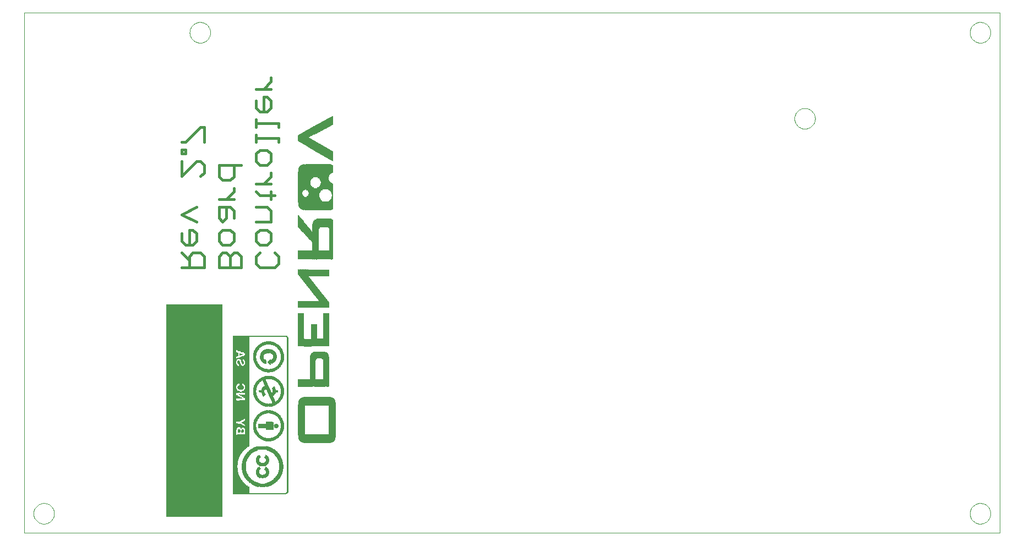
<source format=gbo>
G75*
G70*
%OFA0B0*%
%FSLAX24Y24*%
%IPPOS*%
%LPD*%
%AMOC8*
5,1,8,0,0,1.08239X$1,22.5*
%
%ADD10C,0.0000*%
%ADD11C,0.0150*%
%ADD12R,0.3450X1.2900*%
%ADD13R,0.0010X0.1870*%
%ADD14R,0.0010X0.0440*%
%ADD15R,0.0010X0.2020*%
%ADD16R,0.0010X0.0410*%
%ADD17R,0.0010X0.0310*%
%ADD18R,0.0010X0.0520*%
%ADD19R,0.0010X0.0740*%
%ADD20R,0.0010X0.1890*%
%ADD21R,0.0010X0.0360*%
%ADD22R,0.0010X0.2100*%
%ADD23R,0.0010X0.0320*%
%ADD24R,0.0010X0.2110*%
%ADD25R,0.0010X0.0380*%
%ADD26R,0.0010X0.2210*%
%ADD27R,0.0010X0.0330*%
%ADD28R,0.0010X0.0390*%
%ADD29R,0.0010X0.2290*%
%ADD30R,0.0010X0.0350*%
%ADD31R,0.0010X0.0750*%
%ADD32R,0.0010X0.2350*%
%ADD33R,0.0010X0.2370*%
%ADD34R,0.0010X0.0370*%
%ADD35R,0.0010X0.0420*%
%ADD36R,0.0010X0.2410*%
%ADD37R,0.0010X0.2420*%
%ADD38R,0.0010X0.0430*%
%ADD39R,0.0010X0.2450*%
%ADD40R,0.0010X0.0400*%
%ADD41R,0.0010X0.0730*%
%ADD42R,0.0010X0.0450*%
%ADD43R,0.0010X0.2490*%
%ADD44R,0.0010X0.2510*%
%ADD45R,0.0010X0.0470*%
%ADD46R,0.0010X0.2540*%
%ADD47R,0.0010X0.2530*%
%ADD48R,0.0010X0.2560*%
%ADD49R,0.0010X0.0490*%
%ADD50R,0.0010X0.2580*%
%ADD51R,0.0010X0.0460*%
%ADD52R,0.0010X0.0500*%
%ADD53R,0.0010X0.2600*%
%ADD54R,0.0010X0.0480*%
%ADD55R,0.0010X0.0510*%
%ADD56R,0.0010X0.2610*%
%ADD57R,0.0010X0.2630*%
%ADD58R,0.0010X0.0720*%
%ADD59R,0.0010X0.0530*%
%ADD60R,0.0010X0.2650*%
%ADD61R,0.0010X0.2640*%
%ADD62R,0.0010X0.0550*%
%ADD63R,0.0010X0.0560*%
%ADD64R,0.0010X0.2670*%
%ADD65R,0.0010X0.0540*%
%ADD66R,0.0010X0.0570*%
%ADD67R,0.0010X0.2680*%
%ADD68R,0.0010X0.0710*%
%ADD69R,0.0010X0.0580*%
%ADD70R,0.0010X0.2690*%
%ADD71R,0.0010X0.0590*%
%ADD72R,0.0010X0.2700*%
%ADD73R,0.0010X0.0610*%
%ADD74R,0.0010X0.2710*%
%ADD75R,0.0010X0.0620*%
%ADD76R,0.0010X0.2720*%
%ADD77R,0.0010X0.0940*%
%ADD78R,0.0010X0.1670*%
%ADD79R,0.0010X0.0630*%
%ADD80R,0.0010X0.2730*%
%ADD81R,0.0010X0.0920*%
%ADD82R,0.0010X0.1650*%
%ADD83R,0.0010X0.0640*%
%ADD84R,0.0010X0.0890*%
%ADD85R,0.0010X0.1620*%
%ADD86R,0.0010X0.0650*%
%ADD87R,0.0010X0.2740*%
%ADD88R,0.0010X0.0880*%
%ADD89R,0.0010X0.1610*%
%ADD90R,0.0010X0.0670*%
%ADD91R,0.0010X0.2750*%
%ADD92R,0.0010X0.0660*%
%ADD93R,0.0010X0.0700*%
%ADD94R,0.0010X0.0690*%
%ADD95R,0.0010X0.0860*%
%ADD96R,0.0010X0.1590*%
%ADD97R,0.0010X0.2760*%
%ADD98R,0.0010X0.1600*%
%ADD99R,0.0010X0.2770*%
%ADD100R,0.0010X0.0850*%
%ADD101R,0.0010X0.1580*%
%ADD102R,0.0010X0.1570*%
%ADD103R,0.0010X0.0840*%
%ADD104R,0.0010X0.2780*%
%ADD105R,0.0010X0.0830*%
%ADD106R,0.0010X0.0760*%
%ADD107R,0.0010X0.0770*%
%ADD108R,0.0010X0.2790*%
%ADD109R,0.0010X0.0820*%
%ADD110R,0.0010X0.1560*%
%ADD111R,0.0010X0.0780*%
%ADD112R,0.0010X0.0790*%
%ADD113R,0.0010X0.0800*%
%ADD114R,0.0010X0.1550*%
%ADD115R,0.0010X0.0680*%
%ADD116R,0.0010X0.0870*%
%ADD117R,0.0010X0.0900*%
%ADD118R,0.0010X0.0930*%
%ADD119R,0.0010X0.0950*%
%ADD120R,0.0010X0.0960*%
%ADD121R,0.0010X0.0980*%
%ADD122R,0.0010X0.0990*%
%ADD123R,0.0010X0.1000*%
%ADD124R,0.0010X0.1020*%
%ADD125R,0.0010X0.1030*%
%ADD126R,0.0010X0.1040*%
%ADD127R,0.0010X0.1050*%
%ADD128R,0.0010X0.1630*%
%ADD129R,0.0010X0.1070*%
%ADD130R,0.0010X0.1640*%
%ADD131R,0.0010X0.1080*%
%ADD132R,0.0010X0.0910*%
%ADD133R,0.0010X0.1060*%
%ADD134R,0.0010X0.1090*%
%ADD135R,0.0010X0.1690*%
%ADD136R,0.0010X0.1720*%
%ADD137R,0.0010X0.2800*%
%ADD138R,0.0010X0.1710*%
%ADD139R,0.0010X0.1100*%
%ADD140R,0.0010X0.1820*%
%ADD141R,0.0010X0.1880*%
%ADD142R,0.0010X0.1010*%
%ADD143R,0.0010X0.1910*%
%ADD144R,0.0010X0.1530*%
%ADD145R,0.0010X0.1940*%
%ADD146R,0.0010X0.1520*%
%ADD147R,0.0010X0.0970*%
%ADD148R,0.0010X0.1950*%
%ADD149R,0.0010X0.1500*%
%ADD150R,0.0010X0.1970*%
%ADD151R,0.0010X0.1490*%
%ADD152R,0.0010X0.1990*%
%ADD153R,0.0010X0.1470*%
%ADD154R,0.0010X0.2000*%
%ADD155R,0.0010X0.1350*%
%ADD156R,0.0010X0.1460*%
%ADD157R,0.0010X0.1440*%
%ADD158R,0.0010X0.2030*%
%ADD159R,0.0010X0.1430*%
%ADD160R,0.0010X0.2040*%
%ADD161R,0.0010X0.2050*%
%ADD162R,0.0010X0.1420*%
%ADD163R,0.0010X0.1410*%
%ADD164R,0.0010X0.2060*%
%ADD165R,0.0010X0.1980*%
%ADD166R,0.0010X0.2120*%
%ADD167R,0.0010X0.1400*%
%ADD168R,0.0010X0.2070*%
%ADD169R,0.0010X0.2180*%
%ADD170R,0.0010X0.1390*%
%ADD171R,0.0010X0.2220*%
%ADD172R,0.0010X0.2080*%
%ADD173R,0.0010X0.2240*%
%ADD174R,0.0010X0.1380*%
%ADD175R,0.0010X0.2270*%
%ADD176R,0.0010X0.1370*%
%ADD177R,0.0010X0.2090*%
%ADD178R,0.0010X0.2310*%
%ADD179R,0.0010X0.1360*%
%ADD180R,0.0010X0.2320*%
%ADD181R,0.0010X0.2330*%
%ADD182R,0.0010X0.0810*%
%ADD183R,0.0010X0.2360*%
%ADD184R,0.0010X0.2380*%
%ADD185R,0.0010X0.2390*%
%ADD186R,0.0010X0.2400*%
%ADD187R,0.0010X0.1340*%
%ADD188R,0.0010X0.2430*%
%ADD189R,0.0010X0.2440*%
%ADD190R,0.0010X0.2460*%
%ADD191R,0.0010X0.0600*%
%ADD192R,0.0010X0.1540*%
%ADD193R,0.0010X0.1510*%
%ADD194R,0.0010X0.1920*%
%ADD195R,0.0010X0.1900*%
%ADD196R,0.0010X0.0340*%
%ADD197R,0.0010X0.1810*%
%ADD198R,0.0010X0.2590*%
%ADD199R,0.0010X0.2570*%
%ADD200R,0.0010X0.2550*%
%ADD201R,0.0010X0.2480*%
%ADD202R,0.0010X0.2150*%
%ADD203R,0.0010X0.9570*%
%ADD204R,0.0010X0.9590*%
%ADD205R,0.0010X0.9600*%
%ADD206R,0.0010X0.6430*%
%ADD207R,0.0010X0.3630*%
%ADD208R,0.0010X0.1300*%
%ADD209R,0.0010X0.0220*%
%ADD210R,0.0010X0.0260*%
%ADD211R,0.0010X0.1320*%
%ADD212R,0.0010X0.0140*%
%ADD213R,0.0010X0.0290*%
%ADD214R,0.0010X0.1280*%
%ADD215R,0.0010X0.0210*%
%ADD216R,0.0010X0.0230*%
%ADD217R,0.0010X0.1270*%
%ADD218R,0.0010X0.0110*%
%ADD219R,0.0010X0.0270*%
%ADD220R,0.0010X0.0300*%
%ADD221R,0.0010X0.1230*%
%ADD222R,0.0010X0.0100*%
%ADD223R,0.0010X0.0280*%
%ADD224R,0.0010X0.0200*%
%ADD225R,0.0010X0.0190*%
%ADD226R,0.0010X0.1210*%
%ADD227R,0.0010X0.0090*%
%ADD228R,0.0010X0.0250*%
%ADD229R,0.0010X0.0180*%
%ADD230R,0.0010X0.1180*%
%ADD231R,0.0010X0.0080*%
%ADD232R,0.0010X0.0170*%
%ADD233R,0.0010X0.1160*%
%ADD234R,0.0010X0.1850*%
%ADD235R,0.0010X0.0150*%
%ADD236R,0.0010X0.1140*%
%ADD237R,0.0010X0.0070*%
%ADD238R,0.0010X0.1480*%
%ADD239R,0.0010X0.1750*%
%ADD240R,0.0010X0.0240*%
%ADD241R,0.0010X0.1120*%
%ADD242R,0.0010X0.0060*%
%ADD243R,0.0010X0.1110*%
%ADD244R,0.0010X0.0130*%
%ADD245R,0.0010X0.1330*%
%ADD246R,0.0010X0.0160*%
%ADD247R,0.0010X0.0120*%
%ADD248R,0.0010X0.1290*%
%ADD249R,0.0010X0.1250*%
%ADD250R,0.0010X0.1220*%
%ADD251R,0.0010X0.1190*%
%ADD252R,0.0010X0.1170*%
%ADD253R,0.0010X0.0010*%
%ADD254R,0.0010X0.0020*%
%ADD255R,0.0010X0.1310*%
%ADD256R,0.0010X0.1660*%
%ADD257R,0.0010X0.0030*%
%ADD258R,0.0010X0.0040*%
%ADD259R,0.0010X0.1260*%
%ADD260R,0.0010X0.1240*%
%ADD261R,0.0010X0.0050*%
%ADD262R,0.0010X0.1200*%
%ADD263R,0.0010X0.1130*%
%ADD264R,0.0010X0.1450*%
%ADD265R,0.0010X0.1150*%
%ADD266R,0.0010X0.3720*%
%ADD267R,0.0010X0.6850*%
%ADD268R,0.0010X0.6840*%
%ADD269R,0.0010X0.6830*%
%ADD270R,0.0010X0.6820*%
%ADD271R,0.0010X0.6810*%
%ADD272R,0.0010X0.6800*%
%ADD273R,0.0010X0.6790*%
%ADD274R,0.0010X0.6780*%
%ADD275R,0.0010X0.6770*%
%ADD276R,0.0010X0.6760*%
%ADD277R,0.0010X0.6750*%
%ADD278R,0.0010X0.6740*%
%ADD279R,0.0010X0.6730*%
%ADD280R,0.0010X0.6720*%
%ADD281R,0.0010X0.6710*%
%ADD282R,0.0010X0.6700*%
%ADD283R,0.0010X0.6690*%
%ADD284R,0.0010X0.6680*%
%ADD285R,0.0010X0.9530*%
%ADD286R,0.0010X0.9520*%
%ADD287R,0.0010X0.9510*%
%ADD288R,0.0010X0.9490*%
%ADD289R,0.0010X0.9460*%
%ADD290R,0.0010X0.9430*%
%ADD291R,0.0010X0.9390*%
%ADD292R,0.0010X0.9350*%
%ADD293R,0.0010X0.9230*%
D10*
X000180Y000300D02*
X000180Y031800D01*
X059230Y031800D01*
X059230Y000300D01*
X000180Y000300D01*
X000735Y001480D02*
X000737Y001530D01*
X000743Y001579D01*
X000753Y001628D01*
X000766Y001675D01*
X000784Y001722D01*
X000805Y001767D01*
X000829Y001810D01*
X000857Y001851D01*
X000888Y001890D01*
X000922Y001926D01*
X000959Y001960D01*
X000999Y001990D01*
X001040Y002017D01*
X001084Y002041D01*
X001129Y002061D01*
X001176Y002077D01*
X001224Y002090D01*
X001273Y002099D01*
X001323Y002104D01*
X001372Y002105D01*
X001422Y002102D01*
X001471Y002095D01*
X001520Y002084D01*
X001567Y002070D01*
X001613Y002051D01*
X001658Y002029D01*
X001701Y002004D01*
X001741Y001975D01*
X001779Y001943D01*
X001815Y001909D01*
X001848Y001871D01*
X001877Y001831D01*
X001903Y001789D01*
X001926Y001745D01*
X001945Y001699D01*
X001961Y001652D01*
X001973Y001603D01*
X001981Y001554D01*
X001985Y001505D01*
X001985Y001455D01*
X001981Y001406D01*
X001973Y001357D01*
X001961Y001308D01*
X001945Y001261D01*
X001926Y001215D01*
X001903Y001171D01*
X001877Y001129D01*
X001848Y001089D01*
X001815Y001051D01*
X001779Y001017D01*
X001741Y000985D01*
X001701Y000956D01*
X001658Y000931D01*
X001613Y000909D01*
X001567Y000890D01*
X001520Y000876D01*
X001471Y000865D01*
X001422Y000858D01*
X001372Y000855D01*
X001323Y000856D01*
X001273Y000861D01*
X001224Y000870D01*
X001176Y000883D01*
X001129Y000899D01*
X001084Y000919D01*
X001040Y000943D01*
X000999Y000970D01*
X000959Y001000D01*
X000922Y001034D01*
X000888Y001070D01*
X000857Y001109D01*
X000829Y001150D01*
X000805Y001193D01*
X000784Y001238D01*
X000766Y001285D01*
X000753Y001332D01*
X000743Y001381D01*
X000737Y001430D01*
X000735Y001480D01*
X046805Y025400D02*
X046807Y025450D01*
X046813Y025499D01*
X046823Y025548D01*
X046836Y025595D01*
X046854Y025642D01*
X046875Y025687D01*
X046899Y025730D01*
X046927Y025771D01*
X046958Y025810D01*
X046992Y025846D01*
X047029Y025880D01*
X047069Y025910D01*
X047110Y025937D01*
X047154Y025961D01*
X047199Y025981D01*
X047246Y025997D01*
X047294Y026010D01*
X047343Y026019D01*
X047393Y026024D01*
X047442Y026025D01*
X047492Y026022D01*
X047541Y026015D01*
X047590Y026004D01*
X047637Y025990D01*
X047683Y025971D01*
X047728Y025949D01*
X047771Y025924D01*
X047811Y025895D01*
X047849Y025863D01*
X047885Y025829D01*
X047918Y025791D01*
X047947Y025751D01*
X047973Y025709D01*
X047996Y025665D01*
X048015Y025619D01*
X048031Y025572D01*
X048043Y025523D01*
X048051Y025474D01*
X048055Y025425D01*
X048055Y025375D01*
X048051Y025326D01*
X048043Y025277D01*
X048031Y025228D01*
X048015Y025181D01*
X047996Y025135D01*
X047973Y025091D01*
X047947Y025049D01*
X047918Y025009D01*
X047885Y024971D01*
X047849Y024937D01*
X047811Y024905D01*
X047771Y024876D01*
X047728Y024851D01*
X047683Y024829D01*
X047637Y024810D01*
X047590Y024796D01*
X047541Y024785D01*
X047492Y024778D01*
X047442Y024775D01*
X047393Y024776D01*
X047343Y024781D01*
X047294Y024790D01*
X047246Y024803D01*
X047199Y024819D01*
X047154Y024839D01*
X047110Y024863D01*
X047069Y024890D01*
X047029Y024920D01*
X046992Y024954D01*
X046958Y024990D01*
X046927Y025029D01*
X046899Y025070D01*
X046875Y025113D01*
X046854Y025158D01*
X046836Y025205D01*
X046823Y025252D01*
X046813Y025301D01*
X046807Y025350D01*
X046805Y025400D01*
X057425Y030610D02*
X057427Y030660D01*
X057433Y030709D01*
X057443Y030758D01*
X057456Y030805D01*
X057474Y030852D01*
X057495Y030897D01*
X057519Y030940D01*
X057547Y030981D01*
X057578Y031020D01*
X057612Y031056D01*
X057649Y031090D01*
X057689Y031120D01*
X057730Y031147D01*
X057774Y031171D01*
X057819Y031191D01*
X057866Y031207D01*
X057914Y031220D01*
X057963Y031229D01*
X058013Y031234D01*
X058062Y031235D01*
X058112Y031232D01*
X058161Y031225D01*
X058210Y031214D01*
X058257Y031200D01*
X058303Y031181D01*
X058348Y031159D01*
X058391Y031134D01*
X058431Y031105D01*
X058469Y031073D01*
X058505Y031039D01*
X058538Y031001D01*
X058567Y030961D01*
X058593Y030919D01*
X058616Y030875D01*
X058635Y030829D01*
X058651Y030782D01*
X058663Y030733D01*
X058671Y030684D01*
X058675Y030635D01*
X058675Y030585D01*
X058671Y030536D01*
X058663Y030487D01*
X058651Y030438D01*
X058635Y030391D01*
X058616Y030345D01*
X058593Y030301D01*
X058567Y030259D01*
X058538Y030219D01*
X058505Y030181D01*
X058469Y030147D01*
X058431Y030115D01*
X058391Y030086D01*
X058348Y030061D01*
X058303Y030039D01*
X058257Y030020D01*
X058210Y030006D01*
X058161Y029995D01*
X058112Y029988D01*
X058062Y029985D01*
X058013Y029986D01*
X057963Y029991D01*
X057914Y030000D01*
X057866Y030013D01*
X057819Y030029D01*
X057774Y030049D01*
X057730Y030073D01*
X057689Y030100D01*
X057649Y030130D01*
X057612Y030164D01*
X057578Y030200D01*
X057547Y030239D01*
X057519Y030280D01*
X057495Y030323D01*
X057474Y030368D01*
X057456Y030415D01*
X057443Y030462D01*
X057433Y030511D01*
X057427Y030560D01*
X057425Y030610D01*
X010185Y030610D02*
X010187Y030660D01*
X010193Y030709D01*
X010203Y030758D01*
X010216Y030805D01*
X010234Y030852D01*
X010255Y030897D01*
X010279Y030940D01*
X010307Y030981D01*
X010338Y031020D01*
X010372Y031056D01*
X010409Y031090D01*
X010449Y031120D01*
X010490Y031147D01*
X010534Y031171D01*
X010579Y031191D01*
X010626Y031207D01*
X010674Y031220D01*
X010723Y031229D01*
X010773Y031234D01*
X010822Y031235D01*
X010872Y031232D01*
X010921Y031225D01*
X010970Y031214D01*
X011017Y031200D01*
X011063Y031181D01*
X011108Y031159D01*
X011151Y031134D01*
X011191Y031105D01*
X011229Y031073D01*
X011265Y031039D01*
X011298Y031001D01*
X011327Y030961D01*
X011353Y030919D01*
X011376Y030875D01*
X011395Y030829D01*
X011411Y030782D01*
X011423Y030733D01*
X011431Y030684D01*
X011435Y030635D01*
X011435Y030585D01*
X011431Y030536D01*
X011423Y030487D01*
X011411Y030438D01*
X011395Y030391D01*
X011376Y030345D01*
X011353Y030301D01*
X011327Y030259D01*
X011298Y030219D01*
X011265Y030181D01*
X011229Y030147D01*
X011191Y030115D01*
X011151Y030086D01*
X011108Y030061D01*
X011063Y030039D01*
X011017Y030020D01*
X010970Y030006D01*
X010921Y029995D01*
X010872Y029988D01*
X010822Y029985D01*
X010773Y029986D01*
X010723Y029991D01*
X010674Y030000D01*
X010626Y030013D01*
X010579Y030029D01*
X010534Y030049D01*
X010490Y030073D01*
X010449Y030100D01*
X010409Y030130D01*
X010372Y030164D01*
X010338Y030200D01*
X010307Y030239D01*
X010279Y030280D01*
X010255Y030323D01*
X010234Y030368D01*
X010216Y030415D01*
X010203Y030462D01*
X010193Y030511D01*
X010187Y030560D01*
X010185Y030610D01*
X057425Y001480D02*
X057427Y001530D01*
X057433Y001579D01*
X057443Y001628D01*
X057456Y001675D01*
X057474Y001722D01*
X057495Y001767D01*
X057519Y001810D01*
X057547Y001851D01*
X057578Y001890D01*
X057612Y001926D01*
X057649Y001960D01*
X057689Y001990D01*
X057730Y002017D01*
X057774Y002041D01*
X057819Y002061D01*
X057866Y002077D01*
X057914Y002090D01*
X057963Y002099D01*
X058013Y002104D01*
X058062Y002105D01*
X058112Y002102D01*
X058161Y002095D01*
X058210Y002084D01*
X058257Y002070D01*
X058303Y002051D01*
X058348Y002029D01*
X058391Y002004D01*
X058431Y001975D01*
X058469Y001943D01*
X058505Y001909D01*
X058538Y001871D01*
X058567Y001831D01*
X058593Y001789D01*
X058616Y001745D01*
X058635Y001699D01*
X058651Y001652D01*
X058663Y001603D01*
X058671Y001554D01*
X058675Y001505D01*
X058675Y001455D01*
X058671Y001406D01*
X058663Y001357D01*
X058651Y001308D01*
X058635Y001261D01*
X058616Y001215D01*
X058593Y001171D01*
X058567Y001129D01*
X058538Y001089D01*
X058505Y001051D01*
X058469Y001017D01*
X058431Y000985D01*
X058391Y000956D01*
X058348Y000931D01*
X058303Y000909D01*
X058257Y000890D01*
X058210Y000876D01*
X058161Y000865D01*
X058112Y000858D01*
X058062Y000855D01*
X058013Y000856D01*
X057963Y000861D01*
X057914Y000870D01*
X057866Y000883D01*
X057819Y000899D01*
X057774Y000919D01*
X057730Y000943D01*
X057689Y000970D01*
X057649Y001000D01*
X057612Y001034D01*
X057578Y001070D01*
X057547Y001109D01*
X057519Y001150D01*
X057495Y001193D01*
X057474Y001238D01*
X057456Y001285D01*
X057443Y001332D01*
X057433Y001381D01*
X057427Y001430D01*
X057425Y001480D01*
D11*
X015556Y016600D02*
X015331Y016375D01*
X014430Y016375D01*
X014205Y016600D01*
X014205Y017051D01*
X014430Y017276D01*
X015331Y017276D02*
X015556Y017051D01*
X015556Y016600D01*
X014881Y017756D02*
X014430Y017756D01*
X014205Y017981D01*
X014205Y018432D01*
X014430Y018657D01*
X014881Y018657D01*
X015106Y018432D01*
X015106Y017981D01*
X014881Y017756D01*
X013306Y017051D02*
X013081Y017276D01*
X012856Y017276D01*
X012631Y017051D01*
X012631Y016375D01*
X013306Y016375D02*
X011955Y016375D01*
X011955Y017051D01*
X012180Y017276D01*
X012405Y017276D01*
X012631Y017051D01*
X013306Y017051D02*
X013306Y016375D01*
X012631Y017756D02*
X012180Y017756D01*
X011955Y017981D01*
X011955Y018432D01*
X012180Y018657D01*
X012631Y018657D01*
X012856Y018432D01*
X012856Y017981D01*
X012631Y017756D01*
X011056Y017051D02*
X010831Y017276D01*
X010381Y017276D01*
X010155Y017051D01*
X010155Y016375D01*
X009705Y016375D02*
X011056Y016375D01*
X011056Y017051D01*
X010155Y016825D02*
X009705Y017276D01*
X009930Y017756D02*
X010381Y017756D01*
X010606Y017981D01*
X010606Y018432D01*
X010381Y018657D01*
X010155Y018657D01*
X010155Y017756D01*
X009930Y017756D02*
X009705Y017981D01*
X009705Y018432D01*
X010606Y019137D02*
X009705Y019588D01*
X010606Y020038D01*
X011955Y020038D02*
X011955Y019363D01*
X012180Y019137D01*
X012405Y019363D01*
X012405Y020038D01*
X012631Y020038D02*
X011955Y020038D01*
X012631Y020038D02*
X012856Y019813D01*
X012856Y019363D01*
X014205Y019137D02*
X015106Y019137D01*
X015106Y019813D01*
X014881Y020038D01*
X014205Y020038D01*
X014430Y020744D02*
X014205Y020969D01*
X014430Y020744D02*
X015331Y020744D01*
X015106Y020519D02*
X015106Y020969D01*
X015106Y021439D02*
X014205Y021439D01*
X014655Y021439D02*
X015106Y021890D01*
X015106Y022115D01*
X014881Y022590D02*
X014430Y022590D01*
X014205Y022816D01*
X014205Y023266D01*
X014430Y023491D01*
X014881Y023491D01*
X015106Y023266D01*
X015106Y022816D01*
X014881Y022590D01*
X013306Y022570D02*
X011955Y022570D01*
X011955Y021895D01*
X012180Y021670D01*
X012631Y021670D01*
X012856Y021895D01*
X012856Y022570D01*
X011056Y022575D02*
X011056Y022125D01*
X010831Y021900D01*
X011056Y022575D02*
X010831Y022800D01*
X010606Y022800D01*
X009705Y021900D01*
X009705Y022800D01*
X009705Y023281D02*
X009705Y023506D01*
X009930Y023506D01*
X009930Y023281D01*
X009705Y023281D01*
X009705Y023971D02*
X009930Y023971D01*
X010831Y024872D01*
X011056Y024872D01*
X011056Y023971D01*
X014205Y023971D02*
X014205Y024422D01*
X014205Y024197D02*
X015556Y024197D01*
X015556Y023971D01*
X015556Y024892D02*
X015556Y025117D01*
X014205Y025117D01*
X014205Y024892D02*
X014205Y025343D01*
X014430Y025813D02*
X014881Y025813D01*
X015106Y026038D01*
X015106Y026489D01*
X014881Y026714D01*
X014655Y026714D01*
X014655Y025813D01*
X014430Y025813D02*
X014205Y026038D01*
X014205Y026489D01*
X014205Y027194D02*
X015106Y027194D01*
X014655Y027194D02*
X015106Y027645D01*
X015106Y027870D01*
X012856Y021194D02*
X012856Y020969D01*
X012405Y020519D01*
X011955Y020519D02*
X012856Y020519D01*
D12*
X010455Y007700D03*
D13*
X016780Y007140D03*
X018620Y010100D03*
D14*
X018250Y011055D03*
X017880Y011055D03*
X017570Y011825D03*
X017560Y011825D03*
X017550Y011825D03*
X017540Y011825D03*
X017530Y011825D03*
X017520Y011825D03*
X017510Y011825D03*
X017500Y011825D03*
X017490Y011825D03*
X017480Y011825D03*
X017470Y011825D03*
X017460Y011825D03*
X017450Y011825D03*
X017440Y011825D03*
X017430Y011825D03*
X017420Y011825D03*
X017410Y011825D03*
X017400Y011825D03*
X017390Y011825D03*
X017380Y011825D03*
X017370Y011825D03*
X017360Y011825D03*
X017350Y011825D03*
X017340Y011825D03*
X017330Y011825D03*
X017320Y011825D03*
X017310Y011825D03*
X017300Y011825D03*
X017290Y011825D03*
X017280Y011825D03*
X017270Y011825D03*
X017260Y011825D03*
X017250Y011825D03*
X017240Y011825D03*
X017230Y011825D03*
X017220Y011825D03*
X017210Y011825D03*
X017200Y011825D03*
X017190Y011825D03*
X017180Y011825D03*
X017170Y011825D03*
X017160Y011825D03*
X017150Y011825D03*
X017140Y011825D03*
X014080Y010965D03*
X014710Y009545D03*
X014610Y008865D03*
X015350Y008905D03*
X016780Y009385D03*
X016790Y009385D03*
X016800Y009385D03*
X016810Y009385D03*
X016820Y009385D03*
X016830Y009385D03*
X016840Y009385D03*
X016850Y009385D03*
X016860Y009385D03*
X016870Y009385D03*
X016880Y009385D03*
X016890Y009385D03*
X016900Y009385D03*
X016910Y009385D03*
X016920Y009385D03*
X016930Y009385D03*
X016940Y009385D03*
X016950Y009385D03*
X016960Y009385D03*
X016970Y009385D03*
X016980Y009385D03*
X016990Y009385D03*
X017000Y009385D03*
X017010Y009385D03*
X017020Y009385D03*
X017030Y009385D03*
X017040Y009385D03*
X017050Y009385D03*
X017060Y009385D03*
X017070Y009385D03*
X017080Y009385D03*
X017090Y009385D03*
X017100Y009385D03*
X017110Y009385D03*
X017120Y009385D03*
X015260Y006795D03*
X015730Y006465D03*
X014230Y006465D03*
X013660Y004915D03*
X014940Y004705D03*
X014940Y003985D03*
X013810Y002865D03*
X013800Y002865D03*
X018540Y014175D03*
X018150Y021235D03*
X018860Y022345D03*
X018870Y022345D03*
D15*
X017120Y012615D03*
X017110Y012615D03*
X017100Y012615D03*
X017090Y012615D03*
X017080Y012615D03*
X017070Y012615D03*
X017060Y012615D03*
X017050Y012615D03*
X017040Y012615D03*
X017030Y012615D03*
X017020Y012615D03*
X017010Y012615D03*
X017000Y012615D03*
X016990Y012615D03*
X016980Y012615D03*
X016970Y012615D03*
X016960Y012615D03*
X016950Y012615D03*
X016940Y012615D03*
X016930Y012615D03*
X016920Y012615D03*
X016910Y012615D03*
X016900Y012615D03*
X016890Y012615D03*
X016880Y012615D03*
X016870Y012615D03*
X016860Y012615D03*
X016850Y012615D03*
X016840Y012615D03*
X016830Y012615D03*
X016820Y012615D03*
X016810Y012615D03*
X016800Y012615D03*
X016790Y012615D03*
X016780Y012615D03*
X017590Y010175D03*
X018550Y010175D03*
D16*
X015360Y008900D03*
X014600Y008870D03*
X013370Y010790D03*
X016780Y014160D03*
X016790Y014160D03*
X016800Y014160D03*
X016810Y014160D03*
X016820Y014160D03*
X016830Y014160D03*
X016840Y014160D03*
X016850Y014160D03*
X016860Y014160D03*
X016870Y014160D03*
X016880Y014160D03*
X016890Y014160D03*
X016900Y014160D03*
X016910Y014160D03*
X016920Y014160D03*
X016930Y014160D03*
X016940Y014160D03*
X016950Y014160D03*
X016960Y014160D03*
X016970Y014160D03*
X016980Y014160D03*
X016990Y014160D03*
X017000Y014160D03*
X017010Y014160D03*
X017020Y014160D03*
X017030Y014160D03*
X017040Y014160D03*
X017050Y014160D03*
X017060Y014160D03*
X017070Y014160D03*
X017080Y014160D03*
X017090Y014160D03*
X017100Y014160D03*
X017110Y014160D03*
X017120Y014160D03*
X017130Y014160D03*
X017140Y014160D03*
X017150Y014160D03*
X017160Y014160D03*
X017170Y014160D03*
X017180Y014160D03*
X017190Y014160D03*
X017200Y014160D03*
X017210Y014160D03*
X017220Y014160D03*
X017230Y014160D03*
X017240Y014160D03*
X017250Y014160D03*
X017260Y014160D03*
X017270Y014160D03*
X017280Y014160D03*
X017290Y014160D03*
X017300Y014160D03*
X017310Y014160D03*
X017320Y014160D03*
X017330Y014160D03*
X017340Y014160D03*
X017350Y014160D03*
X017360Y014160D03*
X017370Y014160D03*
X017380Y014160D03*
X017390Y014160D03*
X017400Y014160D03*
X017410Y014160D03*
X017420Y014160D03*
X017430Y014160D03*
X017440Y014160D03*
X017450Y014160D03*
X017460Y014160D03*
X017470Y014160D03*
X017480Y014160D03*
X017490Y014160D03*
X017500Y014160D03*
X017510Y014160D03*
X017520Y014160D03*
X017530Y014160D03*
X017540Y014160D03*
X017550Y014160D03*
X017560Y014160D03*
X017570Y014160D03*
X017580Y014160D03*
X017590Y014160D03*
X017600Y014160D03*
X017610Y014160D03*
X017620Y014160D03*
X017630Y014160D03*
X017640Y014160D03*
X017650Y014160D03*
X017660Y014160D03*
X017670Y014160D03*
X017680Y014160D03*
X017690Y014160D03*
X017700Y014160D03*
X017710Y014160D03*
X017720Y014160D03*
X017730Y014160D03*
X017740Y014160D03*
X017750Y014160D03*
X017760Y014160D03*
X017770Y014160D03*
X017780Y014160D03*
X017790Y014160D03*
X017800Y014160D03*
X017810Y014160D03*
X017820Y014160D03*
X017830Y014160D03*
X017840Y014160D03*
X017850Y014160D03*
X017860Y014160D03*
X017870Y014160D03*
X017880Y014160D03*
X017890Y014160D03*
X017900Y014160D03*
X017910Y014160D03*
X017920Y014160D03*
X017930Y014160D03*
X017940Y014160D03*
X017950Y014160D03*
X017960Y014160D03*
X017970Y014160D03*
X017980Y014160D03*
X017990Y014160D03*
X018000Y014160D03*
X018010Y014160D03*
X018020Y014160D03*
X018560Y014160D03*
X018560Y016050D03*
X018570Y016050D03*
X018580Y016050D03*
X018590Y016050D03*
X018600Y016050D03*
X018610Y016050D03*
X018620Y016050D03*
X018630Y016050D03*
X018550Y016050D03*
X018540Y016050D03*
X018530Y016050D03*
X018520Y016050D03*
X018510Y016050D03*
X018500Y016050D03*
X018490Y016050D03*
X018480Y016050D03*
X018470Y016050D03*
X018460Y016050D03*
X018450Y016050D03*
X018440Y016050D03*
X018430Y016050D03*
X018420Y016050D03*
X018410Y016050D03*
X018400Y016050D03*
X018390Y016050D03*
X018380Y016050D03*
X018370Y016050D03*
X018360Y016050D03*
X018350Y016050D03*
X018340Y016050D03*
X018330Y016050D03*
X018320Y016050D03*
X018310Y016050D03*
X018300Y016050D03*
X018290Y016050D03*
X018280Y016050D03*
X018270Y016050D03*
X018260Y016050D03*
X018250Y016050D03*
X018240Y016050D03*
X018230Y016050D03*
X018220Y016050D03*
X018210Y016050D03*
X018200Y016050D03*
X018190Y016050D03*
X018180Y016050D03*
X018170Y016050D03*
X018160Y016050D03*
X018150Y016050D03*
X018140Y016050D03*
X018130Y016050D03*
X018120Y016050D03*
X018110Y016050D03*
X018100Y016050D03*
X018090Y016050D03*
X018080Y016050D03*
X018070Y016050D03*
X018060Y016050D03*
X018050Y016050D03*
X018040Y016050D03*
X018030Y016050D03*
X018020Y016050D03*
X018010Y016050D03*
X018000Y016050D03*
X017990Y016050D03*
X017980Y016050D03*
X017970Y016050D03*
X017960Y016050D03*
X017950Y016050D03*
X017940Y016050D03*
X017930Y016050D03*
X017920Y016050D03*
X017910Y016050D03*
X017900Y016050D03*
X017890Y016050D03*
X017880Y016050D03*
X017870Y016050D03*
X017860Y016050D03*
X017850Y016050D03*
X017840Y016050D03*
X017830Y016050D03*
X017820Y016050D03*
X017810Y016050D03*
X017800Y016050D03*
X017790Y016050D03*
X017780Y016050D03*
X017770Y016050D03*
X017760Y016050D03*
X017750Y016050D03*
X017740Y016050D03*
X017730Y016050D03*
X017720Y016050D03*
X017710Y016050D03*
X017700Y016050D03*
X017690Y016050D03*
X017680Y016050D03*
X017670Y016050D03*
X017660Y016050D03*
X017650Y016050D03*
X017640Y016050D03*
X017630Y016050D03*
X017620Y016050D03*
X017610Y016050D03*
X017600Y016050D03*
X017590Y016050D03*
X017580Y016050D03*
X017570Y016050D03*
X017560Y016050D03*
X017550Y016050D03*
X017540Y016050D03*
X017530Y016050D03*
X017520Y016050D03*
X017510Y016050D03*
X017500Y016050D03*
X017490Y016050D03*
X017480Y016050D03*
X017470Y016050D03*
X017460Y016050D03*
X017450Y016050D03*
X017440Y016050D03*
X017430Y016050D03*
X017420Y016050D03*
X017410Y016050D03*
X016860Y016050D03*
X018070Y021090D03*
X016820Y024210D03*
X016810Y024210D03*
X015560Y004940D03*
X015850Y004320D03*
X015560Y003710D03*
X014280Y003980D03*
X013680Y003700D03*
X014280Y004700D03*
X013680Y004950D03*
D17*
X013840Y005150D03*
X013850Y005160D03*
X013860Y005170D03*
X013870Y005180D03*
X015360Y005180D03*
X015370Y005170D03*
X015380Y005160D03*
X015390Y005150D03*
X015680Y006340D03*
X014280Y006340D03*
X014290Y007260D03*
X015680Y007250D03*
X015680Y008420D03*
X014280Y008430D03*
X014280Y009330D03*
X015680Y009340D03*
X015680Y010510D03*
X015080Y010660D03*
X014280Y010520D03*
X014290Y011430D03*
X015680Y011420D03*
X016780Y016100D03*
X015390Y003500D03*
X015380Y003490D03*
X015370Y003480D03*
X015360Y003470D03*
D18*
X013680Y002905D03*
X013620Y004825D03*
X017190Y006005D03*
X017200Y006005D03*
X017210Y006005D03*
X017220Y006005D03*
X018620Y006005D03*
X018630Y006005D03*
X018630Y008275D03*
X018620Y008275D03*
X018610Y008275D03*
X018600Y008275D03*
X018590Y008275D03*
X018580Y008275D03*
X018570Y008275D03*
X018560Y008275D03*
X018550Y008275D03*
X018540Y008275D03*
X018530Y008275D03*
X018520Y008275D03*
X018510Y008275D03*
X018500Y008275D03*
X018490Y008275D03*
X018480Y008275D03*
X018470Y008275D03*
X018460Y008275D03*
X018450Y008275D03*
X018440Y008275D03*
X018430Y008275D03*
X018420Y008275D03*
X018410Y008275D03*
X018400Y008275D03*
X018390Y008275D03*
X018380Y008275D03*
X018370Y008275D03*
X018360Y008275D03*
X018350Y008275D03*
X018340Y008275D03*
X018330Y008275D03*
X018320Y008275D03*
X018310Y008275D03*
X018300Y008275D03*
X018290Y008275D03*
X018280Y008275D03*
X018270Y008275D03*
X018260Y008275D03*
X018250Y008275D03*
X018240Y008275D03*
X018230Y008275D03*
X018220Y008275D03*
X018210Y008275D03*
X018200Y008275D03*
X018190Y008275D03*
X018180Y008275D03*
X018170Y008275D03*
X018160Y008275D03*
X018150Y008275D03*
X018140Y008275D03*
X018130Y008275D03*
X018120Y008275D03*
X018110Y008275D03*
X018100Y008275D03*
X018090Y008275D03*
X018080Y008275D03*
X018070Y008275D03*
X018060Y008275D03*
X018050Y008275D03*
X018040Y008275D03*
X018030Y008275D03*
X018020Y008275D03*
X018010Y008275D03*
X018000Y008275D03*
X017990Y008275D03*
X017980Y008275D03*
X017970Y008275D03*
X017960Y008275D03*
X017950Y008275D03*
X017940Y008275D03*
X017930Y008275D03*
X017920Y008275D03*
X017910Y008275D03*
X017900Y008275D03*
X017890Y008275D03*
X017880Y008275D03*
X017870Y008275D03*
X017860Y008275D03*
X017850Y008275D03*
X017840Y008275D03*
X017830Y008275D03*
X017820Y008275D03*
X017810Y008275D03*
X017800Y008275D03*
X017790Y008275D03*
X017780Y008275D03*
X017770Y008275D03*
X017760Y008275D03*
X017750Y008275D03*
X017740Y008275D03*
X017730Y008275D03*
X017720Y008275D03*
X017710Y008275D03*
X017700Y008275D03*
X017690Y008275D03*
X017680Y008275D03*
X017670Y008275D03*
X017660Y008275D03*
X017650Y008275D03*
X017640Y008275D03*
X017630Y008275D03*
X017620Y008275D03*
X017610Y008275D03*
X017600Y008275D03*
X017590Y008275D03*
X017580Y008275D03*
X017570Y008275D03*
X017560Y008275D03*
X017550Y008275D03*
X017540Y008275D03*
X017530Y008275D03*
X017520Y008275D03*
X017510Y008275D03*
X017500Y008275D03*
X017490Y008275D03*
X017480Y008275D03*
X017470Y008275D03*
X017460Y008275D03*
X017450Y008275D03*
X017440Y008275D03*
X017430Y008275D03*
X017420Y008275D03*
X017410Y008275D03*
X017400Y008275D03*
X017390Y008275D03*
X017380Y008275D03*
X017370Y008275D03*
X017360Y008275D03*
X017350Y008275D03*
X017340Y008275D03*
X017330Y008275D03*
X017320Y008275D03*
X017310Y008275D03*
X017300Y008275D03*
X017290Y008275D03*
X017280Y008275D03*
X017270Y008275D03*
X017260Y008275D03*
X017250Y008275D03*
X017240Y008275D03*
X017230Y008275D03*
X017220Y008275D03*
X017210Y008275D03*
X017200Y008275D03*
X017190Y008275D03*
X015270Y008255D03*
X015260Y008865D03*
X015270Y008875D03*
X015320Y008905D03*
X014820Y009265D03*
X014550Y010965D03*
X014090Y010965D03*
X015390Y010975D03*
X018300Y011015D03*
X018470Y014215D03*
X016950Y015995D03*
X016950Y017135D03*
X016960Y017135D03*
X016970Y017135D03*
X016980Y017135D03*
X016990Y017135D03*
X017000Y017135D03*
X017010Y017135D03*
X017020Y017135D03*
X017030Y017135D03*
X017040Y017135D03*
X017050Y017135D03*
X017060Y017135D03*
X017070Y017135D03*
X017080Y017135D03*
X017090Y017135D03*
X017100Y017135D03*
X017110Y017135D03*
X017120Y017135D03*
X017130Y017135D03*
X017140Y017135D03*
X017150Y017135D03*
X017160Y017135D03*
X017170Y017135D03*
X017180Y017135D03*
X017190Y017135D03*
X017200Y017135D03*
X017210Y017135D03*
X017220Y017135D03*
X017230Y017135D03*
X017240Y017135D03*
X017250Y017135D03*
X017260Y017135D03*
X017270Y017135D03*
X017280Y017135D03*
X017290Y017135D03*
X017300Y017135D03*
X017310Y017135D03*
X017320Y017135D03*
X017330Y017135D03*
X017340Y017135D03*
X017350Y017135D03*
X017360Y017135D03*
X017370Y017135D03*
X017380Y017135D03*
X017390Y017135D03*
X017400Y017135D03*
X017410Y017135D03*
X017420Y017135D03*
X017430Y017135D03*
X017440Y017135D03*
X017450Y017135D03*
X017460Y017135D03*
X017470Y017135D03*
X017480Y017135D03*
X017490Y017135D03*
X017500Y017135D03*
X017510Y017135D03*
X017520Y017135D03*
X017530Y017135D03*
X017540Y017135D03*
X017550Y017135D03*
X017560Y017135D03*
X017570Y017135D03*
X017580Y017135D03*
X017590Y017135D03*
X017600Y017135D03*
X017610Y017135D03*
X017620Y017135D03*
X017630Y017135D03*
X018020Y017135D03*
X018030Y017135D03*
X018040Y017135D03*
X018050Y017135D03*
X018060Y017135D03*
X018070Y017135D03*
X018080Y017135D03*
X018090Y017135D03*
X018100Y017135D03*
X018110Y017135D03*
X018120Y017135D03*
X018130Y017135D03*
X018140Y017135D03*
X018150Y017135D03*
X018160Y017135D03*
X018170Y017135D03*
X018180Y017135D03*
X018190Y017135D03*
X018200Y017135D03*
X018210Y017135D03*
X018220Y017135D03*
X018230Y017135D03*
X018240Y017135D03*
X018250Y017135D03*
X018260Y017135D03*
X018270Y017135D03*
X018280Y017135D03*
X018290Y017135D03*
X018300Y017135D03*
X018310Y017135D03*
X018320Y017135D03*
X018330Y017135D03*
X018340Y017135D03*
X018350Y017135D03*
X018360Y017135D03*
X018370Y017135D03*
X018380Y017135D03*
X018390Y017135D03*
X018400Y017135D03*
X018410Y017135D03*
X018420Y017135D03*
X018430Y017135D03*
X018440Y017135D03*
X018450Y017135D03*
X018460Y017135D03*
X018470Y017135D03*
X018480Y017135D03*
X018490Y017135D03*
X018500Y017135D03*
X018510Y017135D03*
X018520Y017135D03*
X018530Y017135D03*
X018540Y017135D03*
X018550Y017135D03*
X018560Y017135D03*
X018570Y017135D03*
X018580Y017135D03*
X018590Y017135D03*
X018600Y017135D03*
X018610Y017135D03*
X018620Y017135D03*
X018630Y017135D03*
X018640Y017135D03*
X018650Y017135D03*
X018660Y017135D03*
X016940Y017135D03*
X016930Y017135D03*
X016920Y017135D03*
X016910Y017135D03*
X016900Y017135D03*
X016890Y017135D03*
X016880Y017135D03*
X016870Y017135D03*
X016860Y017135D03*
X016850Y017135D03*
X016840Y017135D03*
X016830Y017135D03*
X016820Y017135D03*
X016810Y017135D03*
X016800Y017135D03*
X016790Y017135D03*
X016780Y017135D03*
X018130Y019075D03*
X018140Y019075D03*
X018150Y019075D03*
X018160Y019075D03*
X018170Y019075D03*
X018180Y019075D03*
X018520Y019075D03*
X018530Y019075D03*
X018540Y019075D03*
X018550Y019075D03*
X018560Y019075D03*
X018550Y020105D03*
X018540Y020105D03*
X018530Y020105D03*
X018520Y020105D03*
X018510Y020105D03*
X018360Y020105D03*
X018350Y020105D03*
X018340Y020105D03*
X018330Y020105D03*
X018770Y022345D03*
X018780Y022345D03*
X016920Y024215D03*
X018700Y025195D03*
D19*
X017110Y024205D03*
X018080Y020215D03*
X018810Y020255D03*
X016860Y019095D03*
X016840Y019125D03*
X016830Y019135D03*
X016800Y019165D03*
X016790Y019175D03*
X016780Y019185D03*
X017120Y015885D03*
X018300Y014325D03*
X014130Y010965D03*
X013440Y003015D03*
D20*
X016780Y021240D03*
D21*
X016780Y024215D03*
X016820Y016075D03*
X015710Y011365D03*
X015710Y010565D03*
X014680Y009575D03*
X014590Y008875D03*
X014250Y007185D03*
X014250Y006405D03*
X015710Y007185D03*
X015490Y005045D03*
X013740Y005035D03*
X013740Y003615D03*
X015490Y003615D03*
X013560Y010885D03*
X014070Y010965D03*
D22*
X017720Y010215D03*
X017730Y010215D03*
X017740Y010215D03*
X017750Y010215D03*
X018400Y010215D03*
X018410Y010215D03*
X018420Y010215D03*
X016790Y007135D03*
D23*
X015690Y006355D03*
X015400Y005145D03*
X015410Y005135D03*
X015420Y005125D03*
X013830Y005145D03*
X014970Y003985D03*
X015400Y003515D03*
X013850Y003495D03*
X013840Y003505D03*
X013830Y003515D03*
X013820Y003525D03*
X013810Y003535D03*
X014280Y007245D03*
X015350Y008185D03*
X015380Y008895D03*
X015690Y009315D03*
X014660Y009595D03*
X015690Y010525D03*
X014670Y010755D03*
X014670Y011185D03*
X014280Y011415D03*
X013550Y010895D03*
X015690Y011405D03*
X018630Y014115D03*
X016790Y016095D03*
D24*
X016790Y021240D03*
X017760Y010220D03*
X017770Y010220D03*
X017780Y010220D03*
X017790Y010220D03*
X017800Y010220D03*
X017810Y010220D03*
X017820Y010220D03*
X018310Y010220D03*
X018320Y010220D03*
X018330Y010220D03*
X018340Y010220D03*
X018350Y010220D03*
X018360Y010220D03*
X018370Y010220D03*
X018380Y010220D03*
X018390Y010220D03*
D25*
X015720Y010595D03*
X015720Y011335D03*
X014510Y010965D03*
X015720Y008505D03*
X015270Y006795D03*
X015520Y005005D03*
X015530Y004985D03*
X013710Y004995D03*
X013710Y003655D03*
X015530Y003665D03*
X016840Y016065D03*
X016790Y024215D03*
D26*
X016800Y021240D03*
X016800Y007140D03*
D27*
X015690Y007230D03*
X014270Y007230D03*
X014270Y006360D03*
X013040Y006770D03*
X013820Y005130D03*
X013810Y005120D03*
X013800Y005110D03*
X014260Y004700D03*
X014970Y004710D03*
X015430Y005110D03*
X015440Y005100D03*
X015450Y005090D03*
X014260Y003980D03*
X013800Y003540D03*
X015410Y003520D03*
X015420Y003530D03*
X015430Y003540D03*
X015440Y003550D03*
X015690Y008440D03*
X015700Y008460D03*
X014270Y008450D03*
X014270Y009310D03*
X015700Y009300D03*
X014270Y010540D03*
X015090Y010660D03*
X015440Y010970D03*
X015270Y011180D03*
X014500Y010960D03*
X013350Y010820D03*
X016800Y016090D03*
D28*
X018580Y014150D03*
X015890Y010960D03*
X015430Y010970D03*
X014240Y010610D03*
X014690Y009570D03*
X015720Y009250D03*
X015890Y008880D03*
X015320Y008210D03*
X015720Y007160D03*
X015720Y006430D03*
X014240Y006430D03*
X014070Y006790D03*
X014240Y007160D03*
X013700Y004980D03*
X015540Y004970D03*
X015540Y003680D03*
X013700Y003670D03*
X018090Y021120D03*
X018110Y021150D03*
X018120Y021170D03*
X016800Y024210D03*
D29*
X016810Y021240D03*
X017700Y018020D03*
X016810Y007140D03*
D30*
X015710Y006400D03*
X014260Y006380D03*
X013760Y005060D03*
X013750Y005050D03*
X015480Y005050D03*
X015480Y003600D03*
X013760Y003590D03*
X013750Y003600D03*
X014260Y008470D03*
X015710Y008480D03*
X015710Y009280D03*
X014260Y009290D03*
X014260Y010560D03*
X015100Y010660D03*
X015110Y010660D03*
X018600Y014130D03*
X018610Y014130D03*
X016810Y016080D03*
D31*
X017130Y015880D03*
X016820Y019140D03*
X016810Y019150D03*
X018630Y022260D03*
X017120Y024210D03*
X014130Y008880D03*
X014130Y006790D03*
X015830Y006790D03*
X013430Y003020D03*
D32*
X016820Y007140D03*
X017740Y018050D03*
X016820Y021240D03*
D33*
X016830Y021240D03*
X017760Y018060D03*
X016830Y007140D03*
X019000Y007140D03*
D34*
X015890Y006790D03*
X015330Y008200D03*
X015370Y008900D03*
X014250Y009260D03*
X014070Y008880D03*
X014250Y008500D03*
X013030Y006750D03*
X013730Y005020D03*
X013720Y005010D03*
X014270Y004700D03*
X014960Y004710D03*
X015500Y005030D03*
X015510Y005020D03*
X014960Y003990D03*
X015510Y003640D03*
X015520Y003650D03*
X015500Y003620D03*
X014270Y003980D03*
X013730Y003630D03*
X013720Y003640D03*
X014250Y010580D03*
X013360Y010800D03*
X014250Y011350D03*
X018590Y014140D03*
X016830Y016070D03*
D35*
X016870Y016045D03*
X018550Y014165D03*
X015730Y011305D03*
X014520Y010965D03*
X014700Y009555D03*
X015730Y009215D03*
X017920Y011065D03*
X017930Y011065D03*
X017940Y011065D03*
X017950Y011065D03*
X017960Y011065D03*
X017970Y011065D03*
X017980Y011065D03*
X017990Y011065D03*
X018000Y011065D03*
X018010Y011065D03*
X018020Y011065D03*
X018030Y011065D03*
X018040Y011065D03*
X018050Y011065D03*
X018060Y011065D03*
X018070Y011065D03*
X018080Y011065D03*
X018090Y011065D03*
X018100Y011065D03*
X018110Y011065D03*
X018120Y011065D03*
X018130Y011065D03*
X018140Y011065D03*
X018150Y011065D03*
X018160Y011065D03*
X018170Y011065D03*
X018180Y011065D03*
X018190Y011065D03*
X018200Y011065D03*
X018210Y011065D03*
X013670Y004935D03*
X013670Y003715D03*
X018140Y021205D03*
X016830Y024215D03*
D36*
X017820Y018080D03*
X017830Y018080D03*
X018840Y018080D03*
X018850Y018080D03*
X018990Y007140D03*
X016840Y007140D03*
D37*
X017840Y018085D03*
X018830Y018085D03*
X016840Y021245D03*
D38*
X018060Y021070D03*
X016840Y024210D03*
X016880Y016040D03*
X017890Y011060D03*
X017900Y011060D03*
X017910Y011060D03*
X018220Y011060D03*
X018230Y011060D03*
X018240Y011060D03*
X015730Y010630D03*
X015420Y010970D03*
X013380Y010780D03*
X015730Y008540D03*
X015310Y008220D03*
X015730Y007120D03*
X014230Y007120D03*
X015570Y004920D03*
X014290Y004700D03*
X014290Y003980D03*
X013660Y003740D03*
X013380Y004320D03*
X015570Y003730D03*
X013820Y002860D03*
D39*
X016850Y007140D03*
X018980Y007140D03*
X018770Y018100D03*
X018760Y018100D03*
X018750Y018100D03*
X018740Y018100D03*
X018730Y018100D03*
X017940Y018100D03*
X017930Y018100D03*
X017920Y018100D03*
X017910Y018100D03*
X017900Y018100D03*
X016850Y021240D03*
D40*
X018080Y021105D03*
X018100Y021135D03*
X018130Y021185D03*
X016850Y016055D03*
X018570Y014155D03*
X014240Y011325D03*
X014240Y009235D03*
X014240Y008525D03*
X013690Y004965D03*
X014950Y004705D03*
X015550Y004955D03*
X014950Y003985D03*
X015550Y003695D03*
X013690Y003685D03*
D41*
X013450Y003010D03*
X014660Y010970D03*
X015280Y010980D03*
X018310Y014320D03*
X016920Y019030D03*
X016910Y019040D03*
X016900Y019050D03*
X016890Y019060D03*
X016880Y019070D03*
X016870Y019080D03*
X016850Y019110D03*
X017100Y024210D03*
D42*
X016860Y024210D03*
X016850Y024210D03*
X018850Y022350D03*
X016890Y016030D03*
X018530Y014180D03*
X018300Y011830D03*
X018290Y011830D03*
X018280Y011830D03*
X018270Y011830D03*
X018260Y011830D03*
X018250Y011830D03*
X018240Y011830D03*
X018230Y011830D03*
X018220Y011830D03*
X018210Y011830D03*
X018200Y011830D03*
X018190Y011830D03*
X018180Y011830D03*
X018170Y011830D03*
X018160Y011830D03*
X018150Y011830D03*
X018140Y011830D03*
X018130Y011830D03*
X018120Y011830D03*
X018110Y011830D03*
X018100Y011830D03*
X018090Y011830D03*
X018080Y011830D03*
X018070Y011830D03*
X018060Y011830D03*
X018050Y011830D03*
X018040Y011830D03*
X018030Y011830D03*
X018020Y011830D03*
X018010Y011830D03*
X018000Y011830D03*
X017990Y011830D03*
X017980Y011830D03*
X017970Y011830D03*
X017960Y011830D03*
X017950Y011830D03*
X017940Y011830D03*
X017930Y011830D03*
X017920Y011830D03*
X017910Y011830D03*
X017130Y011830D03*
X017870Y011050D03*
X018260Y011050D03*
X018260Y009390D03*
X018270Y009390D03*
X018280Y009390D03*
X018290Y009390D03*
X018300Y009390D03*
X018250Y009390D03*
X018240Y009390D03*
X018230Y009390D03*
X018220Y009390D03*
X018210Y009390D03*
X018200Y009390D03*
X018190Y009390D03*
X018180Y009390D03*
X018170Y009390D03*
X018160Y009390D03*
X018150Y009390D03*
X018140Y009390D03*
X018130Y009390D03*
X018120Y009390D03*
X018110Y009390D03*
X018100Y009390D03*
X018090Y009390D03*
X018080Y009390D03*
X018070Y009390D03*
X018060Y009390D03*
X018050Y009390D03*
X018040Y009390D03*
X018030Y009390D03*
X018020Y009390D03*
X018010Y009390D03*
X018000Y009390D03*
X017990Y009390D03*
X017980Y009390D03*
X017970Y009390D03*
X017960Y009390D03*
X017950Y009390D03*
X017940Y009390D03*
X017930Y009390D03*
X017920Y009390D03*
X017910Y009390D03*
X017900Y009390D03*
X017890Y009390D03*
X017880Y009390D03*
X017870Y009390D03*
X017860Y009390D03*
X017850Y009390D03*
X017840Y009390D03*
X017830Y009390D03*
X017490Y009390D03*
X017480Y009390D03*
X017470Y009390D03*
X017460Y009390D03*
X017450Y009390D03*
X017440Y009390D03*
X017430Y009390D03*
X017420Y009390D03*
X017410Y009390D03*
X017400Y009390D03*
X017390Y009390D03*
X017380Y009390D03*
X017370Y009390D03*
X017360Y009390D03*
X017350Y009390D03*
X017340Y009390D03*
X017330Y009390D03*
X017320Y009390D03*
X017310Y009390D03*
X017300Y009390D03*
X017290Y009390D03*
X017280Y009390D03*
X017270Y009390D03*
X017260Y009390D03*
X017250Y009390D03*
X017240Y009390D03*
X017230Y009390D03*
X017220Y009390D03*
X017210Y009390D03*
X017200Y009390D03*
X017190Y009390D03*
X017180Y009390D03*
X017170Y009390D03*
X017160Y009390D03*
X017150Y009390D03*
X017140Y009390D03*
X017130Y009390D03*
X015140Y008590D03*
X015130Y008610D03*
X015120Y008630D03*
X015100Y008680D03*
X015090Y008700D03*
X015080Y008720D03*
X015060Y008770D03*
X015050Y008790D03*
X015040Y008810D03*
X015020Y008860D03*
X015010Y008880D03*
X015000Y008900D03*
X014980Y008950D03*
X014970Y008970D03*
X014960Y008990D03*
X014950Y009010D03*
X014940Y009040D03*
X014930Y009060D03*
X014920Y009080D03*
X014910Y009100D03*
X014890Y009150D03*
X014880Y009170D03*
X014870Y009190D03*
X014860Y009210D03*
X014080Y008880D03*
X015300Y008230D03*
X015880Y006790D03*
X015580Y004900D03*
X015580Y003750D03*
X013790Y002870D03*
X013650Y003760D03*
X013650Y004890D03*
X014230Y010650D03*
X013390Y010770D03*
X014230Y011280D03*
D43*
X016860Y007140D03*
X016860Y021240D03*
D44*
X016870Y021240D03*
X016870Y007140D03*
X018960Y007140D03*
D45*
X015880Y008880D03*
X015340Y008900D03*
X015160Y008550D03*
X015290Y008240D03*
X014720Y009540D03*
X017860Y011040D03*
X018280Y011040D03*
X018510Y014190D03*
X018050Y021040D03*
X018830Y022350D03*
X018840Y022350D03*
X016880Y024210D03*
X016870Y024210D03*
X015250Y006790D03*
X014080Y006790D03*
X013640Y004870D03*
X014300Y003980D03*
X015600Y004860D03*
X013760Y002880D03*
X013750Y002880D03*
D46*
X016880Y007145D03*
D47*
X018950Y007140D03*
X016880Y021240D03*
D48*
X016890Y021235D03*
X016890Y007145D03*
D49*
X015230Y006790D03*
X015220Y006790D03*
X014830Y006790D03*
X015170Y008540D03*
X014840Y009240D03*
X014730Y009530D03*
X015400Y010970D03*
X018290Y011030D03*
X018500Y014200D03*
X018810Y022350D03*
X016890Y024210D03*
X017420Y024500D03*
X017440Y024510D03*
X017460Y024520D03*
X017480Y024530D03*
X017500Y024540D03*
X017510Y024550D03*
X017550Y024570D03*
X017660Y024630D03*
X017680Y024640D03*
X013630Y004850D03*
X014310Y003980D03*
X013630Y003800D03*
X013720Y002890D03*
X013730Y002890D03*
X014920Y004710D03*
D50*
X016900Y007145D03*
X016900Y021235D03*
D51*
X016900Y016025D03*
X018520Y014185D03*
X018270Y011045D03*
X015410Y010975D03*
X014530Y010965D03*
X014230Y009195D03*
X014230Y008565D03*
X014990Y008925D03*
X015030Y008835D03*
X015070Y008745D03*
X015110Y008655D03*
X015150Y008565D03*
X014900Y009125D03*
X015590Y004885D03*
X014930Y004705D03*
X014300Y004705D03*
X014930Y003985D03*
X015590Y003765D03*
X013780Y002875D03*
X013770Y002875D03*
X013640Y003775D03*
D52*
X013710Y002895D03*
X014910Y003985D03*
X015610Y004835D03*
X015210Y006795D03*
X015200Y006795D03*
X015190Y006795D03*
X015180Y006795D03*
X015170Y006795D03*
X015160Y006795D03*
X015150Y006795D03*
X015140Y006795D03*
X015130Y006795D03*
X015120Y006795D03*
X015110Y006795D03*
X015100Y006795D03*
X015090Y006795D03*
X015080Y006795D03*
X015070Y006795D03*
X015060Y006795D03*
X015050Y006795D03*
X015040Y006795D03*
X015030Y006795D03*
X015020Y006795D03*
X015010Y006795D03*
X015000Y006795D03*
X014990Y006795D03*
X014980Y006795D03*
X014970Y006795D03*
X014960Y006795D03*
X014950Y006795D03*
X014940Y006795D03*
X014930Y006795D03*
X014920Y006795D03*
X014910Y006795D03*
X014900Y006795D03*
X014890Y006795D03*
X014880Y006795D03*
X014870Y006795D03*
X014860Y006795D03*
X014850Y006795D03*
X014840Y006795D03*
X015280Y008245D03*
X015330Y008905D03*
X014630Y008865D03*
X014540Y010965D03*
X017840Y011025D03*
X018490Y014205D03*
X016930Y016005D03*
X018800Y022345D03*
X016900Y024215D03*
X017410Y024495D03*
X017430Y024505D03*
X017450Y024515D03*
X017470Y024525D03*
X017490Y024535D03*
X017520Y024555D03*
X017530Y024565D03*
X017540Y024565D03*
X017560Y024575D03*
X017570Y024585D03*
X017580Y024585D03*
X017590Y024595D03*
X017600Y024595D03*
X017610Y024605D03*
X017620Y024605D03*
X017630Y024615D03*
X017640Y024615D03*
X017650Y024625D03*
X017670Y024635D03*
X017690Y024645D03*
X017700Y024655D03*
X017710Y024655D03*
X017720Y024665D03*
X017730Y024665D03*
X017740Y024675D03*
X017750Y024675D03*
X017760Y024685D03*
X017780Y024695D03*
X017800Y024705D03*
X017820Y024715D03*
X017830Y024725D03*
X017850Y024735D03*
X017870Y024745D03*
X017880Y024755D03*
X017890Y024755D03*
X017910Y024765D03*
X017930Y024775D03*
X017950Y024785D03*
X017960Y024795D03*
X017970Y024795D03*
X017980Y024805D03*
X017990Y024805D03*
X018000Y024815D03*
X018020Y024825D03*
X018030Y024835D03*
X018050Y024845D03*
X018070Y024855D03*
X018110Y024875D03*
X018130Y024885D03*
X018140Y024895D03*
X018150Y024895D03*
X018160Y024905D03*
X018180Y024915D03*
X018200Y024925D03*
X018220Y024935D03*
X018240Y024945D03*
X018260Y024955D03*
X018280Y024965D03*
X018300Y024975D03*
X018310Y024985D03*
X018320Y024985D03*
X018330Y024995D03*
X018370Y025015D03*
X018590Y025135D03*
X018660Y025175D03*
X018680Y025185D03*
X018720Y025205D03*
X018740Y025215D03*
X018790Y025245D03*
X018800Y025245D03*
D53*
X016910Y021245D03*
X016910Y007135D03*
D54*
X015240Y006795D03*
X014620Y008865D03*
X014850Y009225D03*
X015880Y010965D03*
X017850Y011035D03*
X016920Y016015D03*
X016910Y016015D03*
X018820Y022345D03*
X014310Y004705D03*
X014920Y003985D03*
X015600Y003785D03*
X013740Y002885D03*
D55*
X013700Y002900D03*
X013690Y002900D03*
X013620Y003830D03*
X014320Y003980D03*
X014320Y004700D03*
X014910Y004710D03*
X015610Y003820D03*
X015180Y008530D03*
X015250Y008860D03*
X014830Y009250D03*
X014740Y009520D03*
X018480Y014210D03*
X016940Y016000D03*
X018190Y019080D03*
X018200Y019080D03*
X018210Y019080D03*
X018220Y019080D03*
X018230Y019080D03*
X018240Y019080D03*
X018250Y019080D03*
X018260Y019080D03*
X018270Y019080D03*
X018280Y019080D03*
X018290Y019080D03*
X018300Y019080D03*
X018310Y019080D03*
X018320Y019080D03*
X018330Y019080D03*
X018340Y019080D03*
X018350Y019080D03*
X018360Y019080D03*
X018370Y019080D03*
X018380Y019080D03*
X018390Y019080D03*
X018400Y019080D03*
X018410Y019080D03*
X018420Y019080D03*
X018430Y019080D03*
X018440Y019080D03*
X018450Y019080D03*
X018460Y019080D03*
X018470Y019080D03*
X018480Y019080D03*
X018490Y019080D03*
X018500Y019080D03*
X018510Y019080D03*
X018500Y020100D03*
X018490Y020100D03*
X018480Y020100D03*
X018470Y020100D03*
X018460Y020100D03*
X018450Y020100D03*
X018440Y020100D03*
X018430Y020100D03*
X018420Y020100D03*
X018410Y020100D03*
X018400Y020100D03*
X018390Y020100D03*
X018380Y020100D03*
X018370Y020100D03*
X018790Y022350D03*
X016910Y024210D03*
X017770Y024690D03*
X017790Y024700D03*
X017810Y024710D03*
X017840Y024730D03*
X017860Y024740D03*
X017900Y024760D03*
X017920Y024770D03*
X017940Y024780D03*
X018010Y024820D03*
X018040Y024840D03*
X018060Y024850D03*
X018080Y024860D03*
X018090Y024860D03*
X018100Y024870D03*
X018120Y024880D03*
X018170Y024910D03*
X018190Y024920D03*
X018210Y024930D03*
X018230Y024940D03*
X018250Y024950D03*
X018270Y024960D03*
X018290Y024970D03*
X018340Y025000D03*
X018350Y025010D03*
X018360Y025010D03*
X018380Y025020D03*
X018390Y025030D03*
X018400Y025030D03*
X018410Y025040D03*
X018420Y025040D03*
X018430Y025050D03*
X018440Y025050D03*
X018450Y025060D03*
X018460Y025060D03*
X018470Y025070D03*
X018480Y025080D03*
X018490Y025080D03*
X018500Y025090D03*
X018510Y025090D03*
X018520Y025100D03*
X018530Y025100D03*
X018540Y025110D03*
X018550Y025110D03*
X018560Y025120D03*
X018570Y025120D03*
X018580Y025130D03*
X018600Y025140D03*
X018610Y025140D03*
X018620Y025150D03*
X018630Y025150D03*
X018640Y025160D03*
X018650Y025170D03*
X018670Y025180D03*
X018690Y025190D03*
X018710Y025200D03*
X018730Y025210D03*
X018750Y025220D03*
X018760Y025230D03*
X018770Y025230D03*
X018780Y025240D03*
X018810Y025260D03*
X018820Y025260D03*
X018830Y025270D03*
X018840Y025270D03*
X018850Y025280D03*
X018860Y025280D03*
X018870Y025290D03*
D56*
X016920Y021240D03*
X016920Y007140D03*
X018910Y007140D03*
D57*
X018900Y007140D03*
X016930Y007140D03*
X016930Y021240D03*
D58*
X018090Y020205D03*
X016930Y019015D03*
X016940Y019005D03*
X016950Y018995D03*
X016960Y018985D03*
X016980Y018955D03*
X016990Y018945D03*
X017000Y018935D03*
X017110Y015895D03*
X015840Y010965D03*
X015290Y010975D03*
X014650Y010975D03*
X015840Y008875D03*
X013460Y003005D03*
X018640Y022275D03*
X017090Y024205D03*
D59*
X016930Y024210D03*
X018760Y022340D03*
X018700Y021300D03*
X018710Y021290D03*
X018720Y021280D03*
X018730Y021270D03*
X018740Y021260D03*
X018750Y021250D03*
X018580Y020110D03*
X018570Y020110D03*
X018560Y020110D03*
X018320Y020110D03*
X018310Y020110D03*
X018300Y020110D03*
X018120Y019070D03*
X018110Y019070D03*
X018100Y019070D03*
X018570Y019070D03*
X018580Y019070D03*
X015300Y008900D03*
X015290Y008890D03*
X015280Y008880D03*
X015190Y008520D03*
X014640Y008860D03*
X014090Y008880D03*
X015870Y006790D03*
X017230Y006000D03*
X017240Y006000D03*
X017250Y006000D03*
X017260Y006000D03*
X017270Y006000D03*
X017280Y006000D03*
X017290Y006000D03*
X017300Y006000D03*
X017310Y006000D03*
X017320Y006000D03*
X017330Y006000D03*
X017340Y006000D03*
X017350Y006000D03*
X017360Y006000D03*
X017370Y006000D03*
X017380Y006000D03*
X017390Y006000D03*
X017400Y006000D03*
X017410Y006000D03*
X017420Y006000D03*
X017430Y006000D03*
X017440Y006000D03*
X017450Y006000D03*
X017460Y006000D03*
X017470Y006000D03*
X017480Y006000D03*
X017490Y006000D03*
X017500Y006000D03*
X017510Y006000D03*
X017520Y006000D03*
X017530Y006000D03*
X017540Y006000D03*
X017550Y006000D03*
X017560Y006000D03*
X017570Y006000D03*
X017580Y006000D03*
X017590Y006000D03*
X017600Y006000D03*
X017610Y006000D03*
X017620Y006000D03*
X017630Y006000D03*
X017640Y006000D03*
X017650Y006000D03*
X017660Y006000D03*
X017670Y006000D03*
X017680Y006000D03*
X017690Y006000D03*
X017700Y006000D03*
X017710Y006000D03*
X017720Y006000D03*
X017730Y006000D03*
X017740Y006000D03*
X017750Y006000D03*
X017760Y006000D03*
X017770Y006000D03*
X017780Y006000D03*
X017790Y006000D03*
X017800Y006000D03*
X017810Y006000D03*
X017820Y006000D03*
X017830Y006000D03*
X017840Y006000D03*
X017850Y006000D03*
X017860Y006000D03*
X017870Y006000D03*
X017880Y006000D03*
X017890Y006000D03*
X017900Y006000D03*
X017910Y006000D03*
X017920Y006000D03*
X017930Y006000D03*
X017940Y006000D03*
X017950Y006000D03*
X017960Y006000D03*
X017970Y006000D03*
X017980Y006000D03*
X017990Y006000D03*
X018000Y006000D03*
X018010Y006000D03*
X018020Y006000D03*
X018030Y006000D03*
X018040Y006000D03*
X018050Y006000D03*
X018060Y006000D03*
X018070Y006000D03*
X018080Y006000D03*
X018090Y006000D03*
X018100Y006000D03*
X018110Y006000D03*
X018120Y006000D03*
X018130Y006000D03*
X018140Y006000D03*
X018150Y006000D03*
X018160Y006000D03*
X018170Y006000D03*
X018180Y006000D03*
X018190Y006000D03*
X018200Y006000D03*
X018210Y006000D03*
X018220Y006000D03*
X018230Y006000D03*
X018240Y006000D03*
X018250Y006000D03*
X018260Y006000D03*
X018270Y006000D03*
X018280Y006000D03*
X018290Y006000D03*
X018300Y006000D03*
X018310Y006000D03*
X018320Y006000D03*
X018330Y006000D03*
X018340Y006000D03*
X018350Y006000D03*
X018360Y006000D03*
X018370Y006000D03*
X018380Y006000D03*
X018390Y006000D03*
X018400Y006000D03*
X018410Y006000D03*
X018420Y006000D03*
X018430Y006000D03*
X018440Y006000D03*
X018450Y006000D03*
X018460Y006000D03*
X018470Y006000D03*
X018480Y006000D03*
X018490Y006000D03*
X018500Y006000D03*
X018510Y006000D03*
X018520Y006000D03*
X018530Y006000D03*
X018540Y006000D03*
X018550Y006000D03*
X018560Y006000D03*
X018570Y006000D03*
X018580Y006000D03*
X018590Y006000D03*
X018600Y006000D03*
X018610Y006000D03*
X015840Y004320D03*
X014900Y003990D03*
X014330Y003980D03*
X014330Y004700D03*
X014900Y004710D03*
X013670Y002910D03*
D60*
X016940Y007140D03*
X016950Y007140D03*
X018880Y007140D03*
X018890Y007140D03*
X016950Y021240D03*
D61*
X016940Y021245D03*
D62*
X018760Y021240D03*
X018750Y022340D03*
X016940Y024210D03*
X018250Y020120D03*
X018260Y020120D03*
X018270Y020120D03*
X018610Y020120D03*
X018620Y020120D03*
X018080Y019060D03*
X016970Y015980D03*
X018450Y014230D03*
X017830Y011000D03*
X015380Y010970D03*
X014560Y010970D03*
X014810Y009280D03*
X014650Y008860D03*
X015260Y008270D03*
X015870Y008880D03*
X014090Y006790D03*
X013610Y004790D03*
X014340Y004700D03*
X014890Y004710D03*
X014340Y003980D03*
X013640Y002920D03*
D63*
X013630Y002925D03*
X014880Y003985D03*
X014880Y004705D03*
X014350Y004705D03*
X015870Y010965D03*
X018440Y014235D03*
X016980Y015975D03*
X018610Y019055D03*
X018620Y019055D03*
X018630Y020125D03*
X018640Y020125D03*
X018650Y020135D03*
X018660Y020135D03*
X018240Y020125D03*
X018230Y020125D03*
X018770Y021225D03*
X018660Y021345D03*
X018740Y022335D03*
X017490Y023905D03*
X016950Y024205D03*
D64*
X016960Y021240D03*
X016970Y021240D03*
X016960Y007140D03*
X018860Y007140D03*
X018870Y007140D03*
D65*
X015310Y008905D03*
X014750Y009505D03*
X015620Y004805D03*
X015620Y003845D03*
X014890Y003985D03*
X013610Y003855D03*
X013390Y004325D03*
X013650Y002915D03*
X013660Y002915D03*
X018460Y014225D03*
X016960Y015985D03*
X018090Y019065D03*
X018590Y019065D03*
X018600Y019065D03*
X018600Y020115D03*
X018590Y020115D03*
X018290Y020115D03*
X018280Y020115D03*
X018690Y021305D03*
X018680Y021315D03*
X018670Y021335D03*
D66*
X018650Y021360D03*
X018780Y021210D03*
X018670Y020140D03*
X018220Y020130D03*
X018070Y019060D03*
X018630Y019050D03*
X018290Y023450D03*
X018270Y023460D03*
X018130Y023540D03*
X018110Y023550D03*
X017990Y023620D03*
X017970Y023630D03*
X017950Y023640D03*
X017920Y023660D03*
X017880Y023680D03*
X017830Y023710D03*
X017820Y023720D03*
X017810Y023720D03*
X017780Y023740D03*
X017760Y023750D03*
X017730Y023770D03*
X017700Y023780D03*
X017690Y023790D03*
X017680Y023800D03*
X017670Y023800D03*
X017660Y023810D03*
X017650Y023810D03*
X017640Y023820D03*
X017620Y023830D03*
X017600Y023840D03*
X017590Y023850D03*
X017580Y023850D03*
X017570Y023860D03*
X017550Y023870D03*
X017530Y023880D03*
X017520Y023890D03*
X017510Y023890D03*
X017500Y023900D03*
X017480Y023910D03*
X017470Y023920D03*
X017460Y023920D03*
X017450Y023930D03*
X017440Y023930D03*
X017430Y023940D03*
X017420Y023940D03*
X017410Y023950D03*
X016960Y024210D03*
X018430Y014240D03*
X015370Y010970D03*
X014760Y009500D03*
X014800Y009290D03*
X014660Y008860D03*
X015200Y008510D03*
X014350Y003980D03*
X013620Y002930D03*
D67*
X016970Y007145D03*
D68*
X015840Y006790D03*
X014120Y006790D03*
X013470Y003000D03*
X014640Y010970D03*
X018320Y014310D03*
X017100Y015900D03*
X017050Y018880D03*
X017040Y018890D03*
X017030Y018900D03*
X017020Y018910D03*
X017010Y018930D03*
X016970Y018970D03*
X017080Y024210D03*
D69*
X016970Y024205D03*
X017540Y023875D03*
X017560Y023865D03*
X017610Y023835D03*
X017630Y023825D03*
X017710Y023775D03*
X017720Y023775D03*
X017740Y023765D03*
X017750Y023755D03*
X017770Y023745D03*
X017790Y023735D03*
X017800Y023725D03*
X017840Y023705D03*
X017850Y023695D03*
X017860Y023695D03*
X017870Y023685D03*
X017890Y023675D03*
X017900Y023675D03*
X017910Y023665D03*
X017930Y023655D03*
X017940Y023645D03*
X017960Y023635D03*
X017980Y023625D03*
X018000Y023615D03*
X018010Y023605D03*
X018020Y023605D03*
X018030Y023595D03*
X018050Y023585D03*
X018060Y023575D03*
X018070Y023575D03*
X018080Y023565D03*
X018090Y023565D03*
X018100Y023555D03*
X018120Y023545D03*
X018140Y023535D03*
X018150Y023525D03*
X018170Y023515D03*
X018180Y023515D03*
X018190Y023505D03*
X018210Y023495D03*
X018220Y023485D03*
X018230Y023485D03*
X018240Y023475D03*
X018250Y023475D03*
X018260Y023465D03*
X018280Y023455D03*
X018300Y023445D03*
X018310Y023435D03*
X018330Y023425D03*
X018340Y023415D03*
X018350Y023415D03*
X018370Y023405D03*
X018380Y023395D03*
X018390Y023395D03*
X018400Y023385D03*
X018420Y023375D03*
X018430Y023365D03*
X018440Y023365D03*
X018450Y023355D03*
X018470Y023345D03*
X018490Y023335D03*
X018500Y023325D03*
X018510Y023325D03*
X018530Y023315D03*
X018540Y023305D03*
X018560Y023295D03*
X018570Y023285D03*
X018580Y023285D03*
X018590Y023275D03*
X018600Y023275D03*
X018610Y023265D03*
X018630Y023255D03*
X018650Y023245D03*
X018660Y023235D03*
X018680Y023225D03*
X018700Y023215D03*
X018720Y023205D03*
X018730Y023195D03*
X018740Y023195D03*
X018750Y023185D03*
X018770Y023175D03*
X018780Y023165D03*
X018810Y023155D03*
X018820Y023145D03*
X018840Y023135D03*
X018860Y023125D03*
X018870Y023115D03*
X018730Y022335D03*
X018720Y022335D03*
X018640Y021375D03*
X018790Y021205D03*
X018680Y020145D03*
X018210Y020135D03*
X018200Y020135D03*
X018060Y019055D03*
X016990Y015965D03*
X014570Y010965D03*
X014100Y010965D03*
X015250Y008275D03*
X015630Y004765D03*
X014870Y004705D03*
X014360Y004705D03*
X014360Y003975D03*
X014870Y003985D03*
X013610Y002935D03*
X013600Y002935D03*
D70*
X016980Y007140D03*
X018840Y007140D03*
X018850Y007140D03*
X016990Y021240D03*
X016980Y021240D03*
D71*
X018800Y021190D03*
X018710Y022330D03*
X018850Y023130D03*
X018830Y023140D03*
X018800Y023160D03*
X018790Y023160D03*
X018760Y023180D03*
X018710Y023210D03*
X018690Y023220D03*
X018670Y023230D03*
X018640Y023250D03*
X018620Y023260D03*
X018550Y023300D03*
X018520Y023320D03*
X018480Y023340D03*
X018460Y023350D03*
X018410Y023380D03*
X018360Y023410D03*
X018320Y023430D03*
X018200Y023500D03*
X018160Y023520D03*
X018040Y023590D03*
X016980Y024210D03*
X018690Y020150D03*
X018640Y019040D03*
X018050Y019050D03*
X017010Y015960D03*
X017000Y015960D03*
X018420Y014250D03*
X014790Y009300D03*
X014710Y008880D03*
X014700Y008880D03*
X014690Y008870D03*
X014100Y008880D03*
X015210Y008500D03*
X015860Y006790D03*
X015630Y003880D03*
X014370Y003980D03*
X013590Y002940D03*
D72*
X016990Y007145D03*
D73*
X015860Y008880D03*
X015860Y010960D03*
X018400Y014260D03*
X017020Y015950D03*
X018040Y019040D03*
X018650Y019030D03*
X018710Y020160D03*
X018720Y020170D03*
X018180Y020150D03*
X018170Y020150D03*
X018810Y021170D03*
X018630Y021390D03*
X018700Y022320D03*
X017000Y024210D03*
X016990Y024210D03*
X014850Y004710D03*
X014380Y004700D03*
X014380Y003980D03*
X014850Y003980D03*
X015830Y004320D03*
X013600Y004750D03*
X013570Y002950D03*
D74*
X017000Y007140D03*
X017010Y007140D03*
X018820Y007140D03*
X018830Y007140D03*
X017010Y021240D03*
X017000Y021240D03*
D75*
X018690Y022315D03*
X017010Y024205D03*
X018160Y020155D03*
X018730Y020175D03*
X017570Y018285D03*
X017600Y018245D03*
X017610Y018235D03*
X017620Y018225D03*
X017630Y018215D03*
X017030Y015945D03*
X015350Y010975D03*
X014590Y010965D03*
X015220Y008495D03*
X014840Y004705D03*
X014390Y004705D03*
X014840Y003985D03*
X013400Y004325D03*
X013560Y002955D03*
D76*
X017020Y007145D03*
X018810Y007145D03*
D77*
X015780Y006795D03*
X014180Y006795D03*
X013510Y005805D03*
X015780Y004325D03*
X013290Y003115D03*
X014180Y010965D03*
X013240Y011775D03*
X013230Y011775D03*
X013220Y011775D03*
X018140Y014425D03*
X017280Y015785D03*
X017020Y020355D03*
X017560Y022175D03*
X018100Y022175D03*
X017290Y024205D03*
D78*
X017400Y021810D03*
X017020Y021760D03*
D79*
X018680Y022310D03*
X018740Y020180D03*
X018150Y020160D03*
X018030Y019020D03*
X017500Y018360D03*
X017510Y018350D03*
X017520Y018340D03*
X017530Y018330D03*
X017540Y018320D03*
X017550Y018310D03*
X017560Y018300D03*
X017580Y018270D03*
X017590Y018260D03*
X018390Y014270D03*
X017020Y024210D03*
X014390Y003980D03*
X013550Y002960D03*
D80*
X017030Y007140D03*
X017040Y007140D03*
X018780Y007140D03*
X018790Y007140D03*
X018800Y007140D03*
D81*
X015790Y008875D03*
X015790Y010965D03*
X013180Y011785D03*
X013170Y011785D03*
X018160Y014415D03*
X017260Y015795D03*
X017030Y020335D03*
X018080Y022185D03*
X017280Y024205D03*
X017270Y024205D03*
X017260Y024205D03*
X013530Y005815D03*
D82*
X017030Y021780D03*
X017390Y021820D03*
D83*
X018760Y020195D03*
X018750Y020185D03*
X018140Y020165D03*
X017460Y018415D03*
X017480Y018385D03*
X017490Y018375D03*
X017040Y015935D03*
X018380Y014275D03*
X015340Y010975D03*
X014600Y010965D03*
X014110Y010965D03*
X014110Y008875D03*
X013540Y002965D03*
X017030Y024205D03*
D84*
X017600Y022200D03*
X017370Y020290D03*
X017040Y020320D03*
X017240Y015810D03*
X013100Y011800D03*
X013090Y011800D03*
X015800Y008880D03*
D85*
X017040Y021795D03*
X017360Y021835D03*
X018160Y021835D03*
X018170Y021835D03*
D86*
X018670Y022310D03*
X018820Y021150D03*
X018130Y020170D03*
X018660Y019010D03*
X017470Y018400D03*
X017450Y018420D03*
X017440Y018430D03*
X017430Y018440D03*
X017420Y018450D03*
X017410Y018470D03*
X017400Y018480D03*
X017390Y018490D03*
X017380Y018500D03*
X017350Y018530D03*
X017050Y015930D03*
X017040Y024210D03*
X015850Y006790D03*
X013530Y002970D03*
D87*
X017050Y007145D03*
D88*
X015800Y006795D03*
X014160Y006795D03*
X015790Y004325D03*
X013330Y003085D03*
X015800Y010965D03*
X013080Y011805D03*
X013070Y011805D03*
X013060Y011805D03*
X018190Y014395D03*
X017360Y020285D03*
X017060Y020305D03*
X017050Y020315D03*
X017610Y022205D03*
X018050Y022205D03*
X017240Y024205D03*
D89*
X017350Y021840D03*
X017060Y021810D03*
X017050Y021800D03*
X018180Y021840D03*
D90*
X018660Y022300D03*
X018120Y020180D03*
X017240Y018660D03*
X017250Y018650D03*
X017280Y018620D03*
X017310Y018580D03*
X017320Y018570D03*
X017070Y015920D03*
X017410Y015490D03*
X017430Y015460D03*
X017440Y015450D03*
X017460Y015430D03*
X017490Y015390D03*
X017510Y015360D03*
X017570Y015290D03*
X017580Y015280D03*
X017590Y015260D03*
X017640Y015200D03*
X017650Y015190D03*
X017670Y015160D03*
X017680Y015150D03*
X017700Y015120D03*
X017710Y015110D03*
X017750Y015060D03*
X017760Y015050D03*
X017770Y015030D03*
X017780Y015020D03*
X017790Y015010D03*
X017800Y014990D03*
X017830Y014960D03*
X017840Y014950D03*
X017850Y014930D03*
X017860Y014920D03*
X017880Y014890D03*
X017890Y014880D03*
X017900Y014870D03*
X017910Y014860D03*
X017920Y014850D03*
X017930Y014830D03*
X017940Y014820D03*
X017960Y014790D03*
X017970Y014780D03*
X018010Y014730D03*
X018020Y014720D03*
X018360Y014290D03*
X014620Y010970D03*
X015850Y008880D03*
X013510Y002980D03*
X017050Y024210D03*
D91*
X017060Y007140D03*
X017070Y007140D03*
X018760Y007140D03*
X018770Y007140D03*
D92*
X014110Y006795D03*
X013520Y002975D03*
X014610Y010965D03*
X015330Y010975D03*
X015850Y010965D03*
X018370Y014285D03*
X018000Y014745D03*
X017990Y014755D03*
X017980Y014765D03*
X017060Y015925D03*
X017370Y018515D03*
X017360Y018525D03*
X017340Y018545D03*
X017330Y018555D03*
X017300Y018595D03*
X017290Y018605D03*
X018770Y020205D03*
X018620Y021425D03*
D93*
X018800Y020235D03*
X018790Y020225D03*
X018100Y020195D03*
X017060Y018865D03*
X017070Y018855D03*
X017080Y018845D03*
X017090Y018835D03*
X017100Y018825D03*
X017110Y018815D03*
X017090Y015905D03*
X018330Y014305D03*
X015300Y010975D03*
X014120Y010965D03*
X014120Y008875D03*
X013410Y004325D03*
X013480Y002995D03*
X015820Y004325D03*
D94*
X013490Y002990D03*
X014630Y010970D03*
X015310Y010980D03*
X018340Y014300D03*
X017080Y015910D03*
X017200Y018710D03*
X017190Y018720D03*
X017180Y018730D03*
X017170Y018740D03*
X017160Y018750D03*
X017150Y018760D03*
X017140Y018770D03*
X017130Y018790D03*
X017120Y018800D03*
X018020Y018990D03*
X018650Y022290D03*
X017070Y024210D03*
X017060Y024210D03*
D95*
X017220Y024205D03*
X017630Y022215D03*
X017640Y022215D03*
X018020Y022215D03*
X017340Y020275D03*
X017330Y020275D03*
X017080Y020295D03*
X017070Y020295D03*
X017220Y015825D03*
X018210Y014385D03*
X014160Y010965D03*
D96*
X013570Y011450D03*
X017510Y020640D03*
X017320Y021850D03*
X017090Y021830D03*
X017070Y021820D03*
X018200Y021850D03*
D97*
X018750Y007135D03*
X017080Y007135D03*
D98*
X013130Y005475D03*
X013260Y009785D03*
X017080Y021825D03*
X017330Y021845D03*
X017340Y021845D03*
X018190Y021845D03*
D99*
X018710Y007140D03*
X018720Y007140D03*
X018730Y007140D03*
X018740Y007140D03*
X017120Y007140D03*
X017110Y007140D03*
X017100Y007140D03*
X017090Y007140D03*
D100*
X015810Y008880D03*
X013350Y003070D03*
X017210Y015830D03*
X017320Y020270D03*
X017110Y020280D03*
X017100Y020280D03*
X017090Y020290D03*
X017650Y022220D03*
X017660Y022220D03*
X018000Y022220D03*
X018010Y022220D03*
X017210Y024210D03*
D101*
X017300Y021855D03*
X017310Y021855D03*
X017100Y021835D03*
X018210Y021855D03*
X018830Y020685D03*
D102*
X018840Y020680D03*
X018230Y021860D03*
X018220Y021860D03*
X017290Y021860D03*
X017280Y021860D03*
X017270Y021860D03*
X017260Y021860D03*
X017140Y021850D03*
X017130Y021850D03*
X017120Y021840D03*
X017110Y021840D03*
X013090Y003430D03*
D103*
X013360Y003065D03*
X014150Y006795D03*
X015810Y006795D03*
X015230Y008405D03*
X015810Y010965D03*
X018220Y014375D03*
X017200Y015835D03*
X017300Y020265D03*
X017310Y020265D03*
X017120Y020275D03*
X017670Y022225D03*
X017980Y022225D03*
X017990Y022225D03*
X017200Y024205D03*
D104*
X017140Y007135D03*
X017130Y007135D03*
X018690Y007135D03*
X018700Y007135D03*
D105*
X014150Y008880D03*
X018230Y014370D03*
X018050Y020260D03*
X017290Y020260D03*
X017280Y020260D03*
X017270Y020260D03*
X017260Y020260D03*
X017170Y020260D03*
X017160Y020260D03*
X017140Y020270D03*
X017130Y020270D03*
X017680Y022230D03*
X017690Y022230D03*
X017700Y022230D03*
X017960Y022230D03*
X017970Y022230D03*
X013370Y003060D03*
D106*
X013420Y003025D03*
X013420Y004325D03*
X015830Y010965D03*
X018290Y014335D03*
X017140Y015875D03*
X018070Y020225D03*
X017130Y024205D03*
D107*
X017140Y024210D03*
X018820Y020270D03*
X017150Y015870D03*
X018280Y014340D03*
X015830Y008880D03*
X015810Y004320D03*
X013410Y003030D03*
D108*
X017150Y007140D03*
X017160Y007140D03*
X017170Y007140D03*
X017180Y007140D03*
X018640Y007140D03*
X018650Y007140D03*
X018660Y007140D03*
X018670Y007140D03*
X018680Y007140D03*
D109*
X015800Y004325D03*
X013430Y004325D03*
X014150Y010965D03*
X018240Y014365D03*
X017190Y015845D03*
X017180Y015845D03*
X017180Y020255D03*
X017190Y020255D03*
X017200Y020255D03*
X017210Y020255D03*
X017220Y020255D03*
X017230Y020255D03*
X017240Y020255D03*
X017250Y020255D03*
X017150Y020265D03*
X017710Y022235D03*
X017720Y022235D03*
X017730Y022235D03*
X017930Y022235D03*
X017940Y022235D03*
X017950Y022235D03*
X017190Y024205D03*
X017180Y024205D03*
D110*
X017230Y021865D03*
X017240Y021865D03*
X017250Y021865D03*
X017170Y021855D03*
X017160Y021855D03*
X017150Y021855D03*
X018240Y021865D03*
X018250Y021865D03*
X018850Y020685D03*
X013020Y011465D03*
X013270Y009765D03*
X013140Y005495D03*
D111*
X014140Y010965D03*
X018270Y014345D03*
X017150Y024205D03*
D112*
X018060Y020240D03*
X017160Y015860D03*
X018260Y014350D03*
X014780Y009390D03*
X014770Y009390D03*
X014140Y008880D03*
X013400Y003040D03*
D113*
X013390Y003045D03*
X014140Y006795D03*
X015820Y006795D03*
X015820Y010965D03*
X018250Y014355D03*
X017170Y015855D03*
X017770Y022245D03*
X017780Y022245D03*
X017790Y022245D03*
X017800Y022245D03*
X017810Y022245D03*
X017820Y022245D03*
X017830Y022245D03*
X017840Y022245D03*
X017850Y022245D03*
X017860Y022245D03*
X017870Y022245D03*
X017880Y022245D03*
X017170Y024205D03*
X017160Y024205D03*
D114*
X017180Y021860D03*
X017190Y021860D03*
X017200Y021860D03*
X017210Y021860D03*
X017220Y021860D03*
X018260Y021870D03*
X018270Y021870D03*
X018860Y020690D03*
X017520Y020620D03*
D115*
X018110Y020185D03*
X018780Y020215D03*
X017230Y018675D03*
X017220Y018685D03*
X017210Y018695D03*
X017260Y018635D03*
X017270Y018625D03*
X017420Y015475D03*
X017450Y015435D03*
X017470Y015415D03*
X017480Y015405D03*
X017500Y015375D03*
X017520Y015345D03*
X017530Y015335D03*
X017540Y015325D03*
X017550Y015315D03*
X017560Y015305D03*
X017600Y015245D03*
X017610Y015235D03*
X017620Y015225D03*
X017630Y015215D03*
X017660Y015175D03*
X017690Y015135D03*
X017720Y015095D03*
X017730Y015085D03*
X017740Y015075D03*
X017810Y014985D03*
X017820Y014975D03*
X017870Y014905D03*
X017950Y014805D03*
X018350Y014295D03*
X015320Y010975D03*
X013500Y002985D03*
D116*
X013340Y003080D03*
X013440Y004320D03*
X014160Y008880D03*
X013050Y011810D03*
X013040Y011810D03*
X013030Y011810D03*
X018200Y014390D03*
X017230Y015820D03*
X017350Y020280D03*
X017620Y022210D03*
X018030Y022210D03*
X018040Y022210D03*
X017230Y024210D03*
D117*
X017250Y024205D03*
X017590Y022195D03*
X018060Y022195D03*
X017380Y020295D03*
X017250Y015805D03*
X018180Y014405D03*
X013130Y011795D03*
X013120Y011795D03*
X013110Y011795D03*
X014170Y010965D03*
X013560Y005825D03*
X013320Y003095D03*
D118*
X013300Y003110D03*
X013450Y004320D03*
X013520Y005810D03*
X014180Y008880D03*
X013210Y011780D03*
X013200Y011780D03*
X013190Y011780D03*
X018150Y014420D03*
X017270Y015790D03*
X017400Y020310D03*
X017570Y022180D03*
X018090Y022180D03*
D119*
X018110Y022170D03*
X017550Y022170D03*
X017410Y020320D03*
X017290Y015780D03*
X013260Y011770D03*
X013250Y011770D03*
X015780Y008880D03*
X013500Y005800D03*
D120*
X013490Y005795D03*
X013280Y003125D03*
X014190Y010965D03*
X013290Y011765D03*
X013280Y011765D03*
X013270Y011765D03*
X015780Y010965D03*
X018130Y014435D03*
X017300Y015775D03*
X017300Y024205D03*
X017310Y024205D03*
D121*
X017320Y024205D03*
X017330Y024205D03*
X017530Y022155D03*
X017420Y020335D03*
X017310Y015765D03*
X013340Y011755D03*
X013330Y011755D03*
X015770Y010965D03*
X015770Y006795D03*
X014190Y006795D03*
X013470Y005785D03*
X013460Y004325D03*
X013270Y003135D03*
X015770Y004325D03*
D122*
X013460Y005780D03*
X014200Y008880D03*
X015770Y008880D03*
X013370Y011750D03*
X013360Y011750D03*
X013350Y011750D03*
X018110Y014450D03*
X017320Y015760D03*
D123*
X017330Y015755D03*
X018100Y014455D03*
X013400Y011745D03*
X013390Y011745D03*
X013380Y011745D03*
X014200Y010965D03*
X013450Y005775D03*
X013260Y003145D03*
X018130Y022145D03*
X017350Y024205D03*
X017340Y024205D03*
D124*
X017360Y024205D03*
X018140Y022135D03*
X017340Y015745D03*
X018080Y014465D03*
X013450Y011735D03*
X013440Y011735D03*
X015760Y010965D03*
X015760Y008875D03*
X013440Y005765D03*
X013470Y004325D03*
D125*
X013240Y003160D03*
X015760Y004320D03*
X013430Y005760D03*
X014210Y008880D03*
X014210Y010970D03*
X013480Y011730D03*
X013470Y011730D03*
X013460Y011730D03*
X018070Y014470D03*
X017350Y015740D03*
X017370Y024210D03*
D126*
X017380Y024205D03*
X017510Y022125D03*
X017360Y015735D03*
X018060Y014475D03*
X013510Y011725D03*
X013500Y011725D03*
X013490Y011725D03*
X015750Y010965D03*
X015750Y006795D03*
X014210Y006795D03*
X013420Y005755D03*
D127*
X013410Y005750D03*
X013230Y003170D03*
X014220Y008880D03*
X013200Y009880D03*
X013190Y009880D03*
X015750Y008880D03*
X013530Y011720D03*
X013520Y011720D03*
X017370Y015730D03*
D128*
X017370Y021830D03*
X013250Y009800D03*
D129*
X013390Y009890D03*
X013400Y009890D03*
X015740Y008880D03*
X015740Y006790D03*
X015750Y004320D03*
X013560Y011710D03*
X018040Y014490D03*
X017380Y015720D03*
D130*
X017500Y020665D03*
X017380Y021825D03*
X013120Y005455D03*
D131*
X013390Y005735D03*
X013220Y003185D03*
X013150Y009875D03*
X013140Y009875D03*
X013380Y009885D03*
X013410Y009885D03*
X013420Y009885D03*
X013430Y009885D03*
X015740Y010965D03*
X017390Y015715D03*
D132*
X018170Y014410D03*
X013160Y011790D03*
X013150Y011790D03*
X013140Y011790D03*
X014170Y008880D03*
X014170Y006790D03*
X013550Y005820D03*
X013540Y005820D03*
X015790Y006790D03*
X013310Y003100D03*
X017390Y020300D03*
X017580Y022190D03*
X018070Y022190D03*
D133*
X018150Y022115D03*
X017400Y024205D03*
X017390Y024205D03*
X018050Y014485D03*
X013550Y011715D03*
X013540Y011715D03*
X014220Y010965D03*
X013180Y009875D03*
X013170Y009875D03*
X013160Y009875D03*
X014220Y006795D03*
X013400Y005745D03*
X013480Y004325D03*
D134*
X013380Y005730D03*
X013550Y007790D03*
X013450Y009880D03*
X013440Y009880D03*
X013130Y009870D03*
X018030Y014500D03*
X017400Y015710D03*
D135*
X017410Y021800D03*
X013110Y005430D03*
D136*
X017420Y021785D03*
D137*
X017430Y021245D03*
X017440Y021245D03*
X017450Y021245D03*
X017460Y021245D03*
X017470Y021245D03*
X017480Y021245D03*
X017490Y021245D03*
D138*
X017500Y010020D03*
D139*
X013460Y009885D03*
X013120Y009875D03*
X013560Y007795D03*
X013540Y007785D03*
X013370Y005725D03*
X013490Y004325D03*
X013210Y003195D03*
X017500Y022095D03*
D140*
X017510Y010075D03*
D141*
X017520Y010105D03*
D142*
X013430Y011740D03*
X013420Y011740D03*
X013410Y011740D03*
X018090Y014460D03*
X017520Y022140D03*
X015760Y006790D03*
X014200Y006790D03*
X013250Y003150D03*
D143*
X017530Y010120D03*
D144*
X013280Y009750D03*
X013150Y005510D03*
X017530Y020610D03*
X018870Y020690D03*
X018590Y021870D03*
X018580Y021870D03*
X018330Y021880D03*
X018320Y021880D03*
X018310Y021880D03*
D145*
X017540Y010135D03*
D146*
X017540Y020605D03*
X018340Y021885D03*
X018350Y021885D03*
X018360Y021885D03*
X018370Y021885D03*
X018380Y021885D03*
X018550Y021875D03*
X018560Y021875D03*
X018570Y021875D03*
D147*
X018120Y022160D03*
X017540Y022160D03*
X018120Y014440D03*
X013320Y011760D03*
X013310Y011760D03*
X013300Y011760D03*
X014190Y008880D03*
X013480Y005790D03*
D148*
X017550Y010140D03*
X018590Y010140D03*
D149*
X013300Y009735D03*
X013160Y005525D03*
X017550Y020595D03*
X018470Y021885D03*
X018480Y021885D03*
D150*
X018580Y010150D03*
X017560Y010150D03*
X019040Y007140D03*
D151*
X017560Y020590D03*
D152*
X017570Y010160D03*
X018570Y010160D03*
D153*
X013320Y009720D03*
X013170Y005540D03*
X017570Y020580D03*
D154*
X018310Y012605D03*
X018320Y012605D03*
X018330Y012605D03*
X018340Y012605D03*
X018350Y012605D03*
X018360Y012605D03*
X018370Y012605D03*
X018380Y012605D03*
X018390Y012605D03*
X018400Y012605D03*
X018410Y012605D03*
X018420Y012605D03*
X018430Y012605D03*
X018440Y012605D03*
X018450Y012605D03*
X018460Y012605D03*
X018470Y012605D03*
X018480Y012605D03*
X018490Y012605D03*
X018500Y012605D03*
X018510Y012605D03*
X018520Y012605D03*
X018530Y012605D03*
X018540Y012605D03*
X018550Y012605D03*
X018560Y012605D03*
X018570Y012605D03*
X018580Y012605D03*
X018590Y012605D03*
X018600Y012605D03*
X018610Y012605D03*
X018620Y012605D03*
X018630Y012605D03*
X018560Y010165D03*
X017580Y010165D03*
D155*
X017580Y012280D03*
X017590Y012280D03*
X017600Y012280D03*
X017610Y012280D03*
X017620Y012280D03*
X017630Y012280D03*
X017640Y012280D03*
X017650Y012280D03*
X017660Y012280D03*
X017670Y012280D03*
X017680Y012280D03*
X017690Y012280D03*
X017700Y012280D03*
X017710Y012280D03*
X017720Y012280D03*
X017730Y012280D03*
X017740Y012280D03*
X017750Y012280D03*
X017760Y012280D03*
X017770Y012280D03*
X017780Y012280D03*
X017790Y012280D03*
X017800Y012280D03*
X017810Y012280D03*
X017820Y012280D03*
X017830Y012280D03*
X017840Y012280D03*
X017850Y012280D03*
X017860Y012280D03*
X017870Y012280D03*
X017880Y012280D03*
X017890Y012280D03*
X017900Y012280D03*
X013560Y009870D03*
X013220Y010030D03*
X013220Y005600D03*
X017750Y020520D03*
X017760Y020520D03*
X017770Y020520D03*
X017780Y020520D03*
X017790Y020520D03*
X017870Y020520D03*
X017880Y020520D03*
X017890Y020520D03*
X017900Y020520D03*
X017910Y020520D03*
D156*
X017580Y020575D03*
X013340Y009715D03*
X013330Y009715D03*
D157*
X013360Y009715D03*
X013570Y009865D03*
X013180Y005555D03*
X013590Y004325D03*
X015640Y004325D03*
X017590Y020565D03*
D158*
X017600Y010180D03*
X018540Y010180D03*
D159*
X013370Y009710D03*
X017600Y020560D03*
X017610Y020560D03*
D160*
X017610Y010185D03*
X018530Y010185D03*
D161*
X018520Y010190D03*
X018510Y010190D03*
X017630Y010190D03*
X017620Y010190D03*
D162*
X013190Y005565D03*
X015650Y004325D03*
X013110Y003355D03*
X017620Y020555D03*
X018040Y020555D03*
D163*
X018030Y020550D03*
X018020Y020550D03*
X017640Y020550D03*
X017630Y020550D03*
D164*
X017640Y010195D03*
X017650Y010195D03*
X018500Y010195D03*
D165*
X017640Y017865D03*
D166*
X017650Y017935D03*
D167*
X017650Y020545D03*
X018010Y020545D03*
X013020Y009875D03*
X013580Y004325D03*
D168*
X017660Y010200D03*
X017670Y010200D03*
X018480Y010200D03*
X018490Y010200D03*
D169*
X017660Y017965D03*
D170*
X017660Y020540D03*
X017670Y020540D03*
X017990Y020540D03*
X018000Y020540D03*
X013200Y005580D03*
X015660Y004320D03*
D171*
X017670Y017985D03*
D172*
X017680Y010205D03*
X017690Y010205D03*
X018460Y010205D03*
X018470Y010205D03*
D173*
X019020Y007135D03*
X017680Y017995D03*
D174*
X017680Y020535D03*
X017980Y020535D03*
X013570Y004325D03*
D175*
X017690Y018010D03*
D176*
X017690Y020530D03*
X017700Y020530D03*
X017950Y020530D03*
X017960Y020530D03*
X017970Y020530D03*
X013210Y010040D03*
X013210Y005590D03*
X013120Y003330D03*
D177*
X017700Y010210D03*
X017710Y010210D03*
X018430Y010210D03*
X018440Y010210D03*
X018450Y010210D03*
D178*
X019010Y007140D03*
X017710Y018030D03*
D179*
X017710Y020525D03*
X017720Y020525D03*
X017730Y020525D03*
X017740Y020525D03*
X017920Y020525D03*
X017930Y020525D03*
X017940Y020525D03*
X015670Y004325D03*
D180*
X017720Y018035D03*
D181*
X017730Y018040D03*
D182*
X017740Y022240D03*
X017750Y022240D03*
X017760Y022240D03*
X017890Y022240D03*
X017900Y022240D03*
X017910Y022240D03*
X017920Y022240D03*
X018620Y022230D03*
X015820Y008880D03*
X013380Y003050D03*
D183*
X017750Y018055D03*
D184*
X017770Y018065D03*
X017780Y018065D03*
D185*
X017790Y018070D03*
D186*
X017800Y018075D03*
X017810Y018075D03*
X018860Y018075D03*
X018870Y018075D03*
D187*
X017860Y020515D03*
X017850Y020515D03*
X017840Y020515D03*
X017830Y020515D03*
X017820Y020515D03*
X017810Y020515D03*
X017800Y020515D03*
X013560Y004325D03*
D188*
X017850Y018090D03*
X017860Y018090D03*
X018810Y018090D03*
X018820Y018090D03*
D189*
X018800Y018095D03*
X018790Y018095D03*
X018780Y018095D03*
X017890Y018095D03*
X017880Y018095D03*
X017870Y018095D03*
D190*
X017950Y018105D03*
X017960Y018105D03*
X017970Y018105D03*
X017980Y018105D03*
X017990Y018105D03*
X018000Y018105D03*
X018010Y018105D03*
X018670Y018105D03*
X018680Y018105D03*
X018690Y018105D03*
X018700Y018105D03*
X018710Y018105D03*
X018720Y018105D03*
D191*
X018700Y020155D03*
X018190Y020145D03*
X018410Y014255D03*
X015360Y010975D03*
X014580Y010965D03*
X014680Y008865D03*
X014670Y008855D03*
X015240Y008285D03*
X014100Y006795D03*
X014370Y004705D03*
X014860Y004705D03*
X014860Y003985D03*
X013600Y003895D03*
X013580Y002945D03*
D192*
X018280Y021875D03*
X018290Y021875D03*
X018300Y021875D03*
X018600Y021865D03*
X018610Y021865D03*
D193*
X018540Y021880D03*
X018530Y021880D03*
X018520Y021880D03*
X018510Y021880D03*
X018500Y021880D03*
X018490Y021880D03*
X018460Y021890D03*
X018450Y021890D03*
X018440Y021890D03*
X018430Y021890D03*
X018420Y021890D03*
X018410Y021890D03*
X018400Y021890D03*
X018390Y021890D03*
X013290Y009740D03*
D194*
X018600Y010125D03*
D195*
X018610Y010115D03*
D196*
X015700Y010545D03*
X015270Y010775D03*
X015700Y011385D03*
X014270Y011395D03*
X014260Y011375D03*
X014670Y009585D03*
X015340Y008195D03*
X015700Y007205D03*
X014260Y007205D03*
X015700Y006375D03*
X015460Y005075D03*
X015470Y005065D03*
X013790Y005095D03*
X013780Y005085D03*
X013770Y005075D03*
X013770Y003575D03*
X013780Y003565D03*
X013790Y003555D03*
X015450Y003565D03*
X015460Y003575D03*
X015470Y003585D03*
X018620Y014125D03*
D197*
X018630Y010070D03*
D198*
X018920Y007140D03*
D199*
X018930Y007140D03*
D200*
X018940Y007140D03*
D201*
X018970Y007135D03*
D202*
X019030Y007140D03*
D203*
X012830Y007450D03*
D204*
X012840Y007450D03*
X012850Y007450D03*
X012860Y007450D03*
D205*
X012870Y007445D03*
X012880Y007445D03*
X012890Y007445D03*
X012900Y007445D03*
X012910Y007445D03*
X012920Y007445D03*
X012930Y007445D03*
X012940Y007445D03*
X012950Y007445D03*
X012960Y007445D03*
X012970Y007445D03*
X012980Y007445D03*
X012990Y007445D03*
X013000Y007445D03*
X013010Y007445D03*
D206*
X013020Y005860D03*
D207*
X013030Y004460D03*
X013040Y004460D03*
X013050Y004460D03*
X013060Y004460D03*
X013070Y004460D03*
X013080Y004460D03*
D208*
X015690Y004325D03*
X013030Y007695D03*
D209*
X013030Y008555D03*
X013550Y008565D03*
X014460Y008225D03*
X014470Y008215D03*
X014480Y008205D03*
X014470Y007465D03*
X014460Y007455D03*
X014450Y007445D03*
X013540Y006995D03*
X013530Y006995D03*
X013340Y006765D03*
X013280Y006795D03*
X013270Y006805D03*
X013260Y006805D03*
X013250Y006815D03*
X013230Y006825D03*
X013220Y006825D03*
X013210Y006825D03*
X013200Y006825D03*
X013190Y006825D03*
X013180Y006825D03*
X013170Y006825D03*
X013160Y006825D03*
X013150Y006825D03*
X013140Y006825D03*
X013180Y006495D03*
X013190Y006495D03*
X013560Y006635D03*
X014450Y006145D03*
X014460Y006135D03*
X014470Y006125D03*
X014490Y005455D03*
X014500Y005455D03*
X014510Y005455D03*
X014520Y005455D03*
X014530Y005455D03*
X014540Y005455D03*
X014550Y005455D03*
X014560Y005455D03*
X014670Y005455D03*
X014680Y005455D03*
X014690Y005455D03*
X014700Y005455D03*
X014710Y005455D03*
X014720Y005455D03*
X014730Y005455D03*
X014740Y005455D03*
X014790Y005445D03*
X014800Y005445D03*
X014810Y005445D03*
X014430Y005445D03*
X014420Y005445D03*
X014420Y004925D03*
X014240Y004705D03*
X014480Y004465D03*
X014490Y004465D03*
X014510Y004455D03*
X014520Y004455D03*
X014530Y004455D03*
X014540Y004455D03*
X014560Y004445D03*
X014570Y004445D03*
X014580Y004445D03*
X014590Y004445D03*
X014600Y004445D03*
X014610Y004445D03*
X014620Y004445D03*
X014630Y004445D03*
X014640Y004445D03*
X014650Y004445D03*
X014660Y004445D03*
X014670Y004445D03*
X014680Y004455D03*
X014690Y004455D03*
X014700Y004455D03*
X014710Y004455D03*
X014720Y004455D03*
X014740Y004465D03*
X014750Y004465D03*
X014990Y003985D03*
X014750Y003745D03*
X014720Y003735D03*
X014710Y003735D03*
X014670Y003725D03*
X014660Y003725D03*
X014650Y003725D03*
X014640Y003725D03*
X014630Y003725D03*
X014620Y003725D03*
X014610Y003725D03*
X014600Y003725D03*
X014590Y003725D03*
X014580Y003725D03*
X014570Y003725D03*
X014560Y003725D03*
X014520Y003735D03*
X014510Y003735D03*
X014240Y003985D03*
X014470Y003195D03*
X014580Y003185D03*
X014590Y003185D03*
X014600Y003185D03*
X014610Y003185D03*
X014620Y003185D03*
X014630Y003185D03*
X014640Y003185D03*
X014650Y003185D03*
X014760Y003195D03*
X015490Y006125D03*
X015500Y006135D03*
X015510Y006145D03*
X015520Y007435D03*
X015510Y007445D03*
X015500Y007455D03*
X015490Y007465D03*
X015470Y008195D03*
X015480Y008205D03*
X015500Y008215D03*
X015510Y008225D03*
X015520Y008235D03*
X015530Y008245D03*
X014740Y009075D03*
X014460Y009535D03*
X014470Y009545D03*
X014480Y009555D03*
X015500Y009545D03*
X015510Y009535D03*
X015520Y009525D03*
X015530Y009515D03*
X015490Y010295D03*
X015500Y010305D03*
X015510Y010315D03*
X015150Y010675D03*
X014490Y010285D03*
X014480Y010295D03*
X014460Y010305D03*
X014450Y010315D03*
X014440Y010325D03*
X014430Y010335D03*
X014060Y010965D03*
X013480Y010925D03*
X013320Y010865D03*
X013190Y010625D03*
X013180Y010625D03*
X014450Y011615D03*
X014460Y011625D03*
X014470Y011635D03*
X015480Y011645D03*
X015490Y011635D03*
X015500Y011625D03*
D210*
X015620Y011505D03*
X015240Y011235D03*
X015230Y011245D03*
X015220Y011255D03*
X014730Y011255D03*
X014720Y011245D03*
X014360Y011525D03*
X014350Y011515D03*
X014700Y010715D03*
X014710Y010705D03*
X015240Y010725D03*
X015620Y010425D03*
X015630Y010435D03*
X015900Y010965D03*
X014640Y009615D03*
X014350Y009425D03*
X014340Y009415D03*
X015240Y008725D03*
X015620Y008335D03*
X015610Y008325D03*
X015370Y008165D03*
X014350Y008335D03*
X014340Y008345D03*
X013230Y009115D03*
X013030Y008905D03*
X014360Y007355D03*
X014350Y007345D03*
X014340Y007335D03*
X014060Y006795D03*
X013560Y006995D03*
X013320Y006755D03*
X013080Y006805D03*
X014340Y006255D03*
X014350Y006245D03*
X015620Y006255D03*
X015630Y006265D03*
X015160Y005325D03*
X015150Y005325D03*
X015140Y005335D03*
X015120Y005345D03*
X015100Y005355D03*
X015170Y005315D03*
X015180Y005315D03*
X015190Y005305D03*
X014830Y004895D03*
X014820Y004515D03*
X014830Y004175D03*
X014410Y004515D03*
X014400Y004895D03*
X014090Y005335D03*
X014070Y005325D03*
X014060Y005315D03*
X014050Y005315D03*
X014040Y005305D03*
X014020Y005295D03*
X014820Y003795D03*
X015130Y003315D03*
X015140Y003315D03*
X015150Y003325D03*
X015160Y003325D03*
X015170Y003335D03*
X015190Y003345D03*
X015120Y003305D03*
X015100Y003295D03*
X014130Y003295D03*
X014110Y003305D03*
X014100Y003315D03*
X014090Y003315D03*
X014080Y003325D03*
X014070Y003325D03*
X014060Y003335D03*
X014040Y003345D03*
X015620Y007335D03*
X015610Y007345D03*
X015620Y009425D03*
X015610Y009435D03*
X013520Y010915D03*
D211*
X013030Y009875D03*
X013550Y004325D03*
X015680Y004325D03*
D212*
X013550Y006675D03*
X013410Y006755D03*
X013470Y006995D03*
X013160Y008515D03*
X013420Y008605D03*
X013430Y008605D03*
X013470Y008855D03*
X013480Y008855D03*
X013110Y008855D03*
X013120Y010635D03*
X013030Y010795D03*
X013280Y010885D03*
X013460Y010625D03*
D213*
X013530Y010910D03*
X013030Y011120D03*
X014310Y011460D03*
X014690Y011220D03*
X015260Y011210D03*
X015260Y010750D03*
X015070Y010660D03*
X014680Y010740D03*
X014300Y010490D03*
X015660Y010480D03*
X015660Y009370D03*
X014720Y009040D03*
X014300Y009360D03*
X014300Y008400D03*
X015660Y008390D03*
X015660Y007280D03*
X014820Y006790D03*
X014810Y006790D03*
X014800Y006790D03*
X014790Y006790D03*
X014780Y006790D03*
X014770Y006790D03*
X014760Y006790D03*
X014750Y006790D03*
X014740Y006790D03*
X014730Y006790D03*
X014720Y006790D03*
X014710Y006790D03*
X014700Y006790D03*
X014690Y006790D03*
X014680Y006790D03*
X014670Y006790D03*
X014660Y006790D03*
X014650Y006790D03*
X014640Y006790D03*
X014630Y006790D03*
X014620Y006790D03*
X014610Y006790D03*
X014600Y006790D03*
X014590Y006790D03*
X014580Y006790D03*
X014570Y006790D03*
X014560Y006790D03*
X014550Y006790D03*
X014540Y006790D03*
X014530Y006790D03*
X014520Y006790D03*
X014510Y006790D03*
X014500Y006790D03*
X014490Y006790D03*
X014480Y006790D03*
X014470Y006790D03*
X014460Y006790D03*
X014450Y006790D03*
X014440Y006790D03*
X014430Y006790D03*
X014420Y006790D03*
X014410Y006790D03*
X014400Y006790D03*
X014390Y006790D03*
X014300Y007280D03*
X014300Y006310D03*
X015660Y006310D03*
X015290Y005240D03*
X015300Y005230D03*
X015310Y005220D03*
X014400Y004530D03*
X014250Y003980D03*
X014400Y003810D03*
X013960Y003400D03*
X013950Y003410D03*
X013940Y003420D03*
X013930Y003420D03*
X013920Y003430D03*
X013910Y003440D03*
X015270Y003400D03*
X015280Y003410D03*
X015300Y003420D03*
X015310Y003430D03*
X013370Y004320D03*
X013920Y005220D03*
X013930Y005230D03*
X013940Y005240D03*
D214*
X013540Y004325D03*
X013240Y007695D03*
X013230Y007695D03*
X013220Y007695D03*
X013210Y007695D03*
X013200Y007695D03*
X013190Y007695D03*
X013180Y007695D03*
X013170Y007695D03*
X013160Y007695D03*
X013150Y007695D03*
X013140Y007695D03*
X013130Y007695D03*
X013120Y007695D03*
X013110Y007695D03*
X013100Y007695D03*
X013090Y007695D03*
X013080Y007695D03*
X013070Y007695D03*
X013060Y007695D03*
X013050Y007695D03*
X013040Y007695D03*
D215*
X013040Y008550D03*
X013050Y008550D03*
X013050Y008890D03*
X013170Y009120D03*
X013410Y009120D03*
X013420Y009120D03*
X013540Y008890D03*
X013540Y008570D03*
X014490Y008200D03*
X014500Y008190D03*
X014530Y008170D03*
X015390Y008150D03*
X015420Y008160D03*
X015450Y008180D03*
X015460Y008190D03*
X015490Y008210D03*
X015440Y007500D03*
X015450Y007490D03*
X015470Y007480D03*
X015480Y007470D03*
X015520Y006790D03*
X015370Y006790D03*
X015480Y006120D03*
X015470Y006110D03*
X015460Y006100D03*
X015440Y006090D03*
X014520Y006090D03*
X014500Y006100D03*
X014490Y006110D03*
X014480Y006120D03*
X013230Y006490D03*
X013220Y006490D03*
X013210Y006490D03*
X013200Y006490D03*
X013170Y006490D03*
X013160Y006490D03*
X014480Y007470D03*
X014490Y007480D03*
X014500Y007490D03*
X014520Y007500D03*
X014750Y009090D03*
X014760Y009090D03*
X014490Y009560D03*
X014500Y009570D03*
X014510Y009580D03*
X014620Y009630D03*
X015420Y009600D03*
X015450Y009580D03*
X015460Y009570D03*
X015470Y009570D03*
X015480Y009560D03*
X015490Y009550D03*
X015440Y010260D03*
X015450Y010270D03*
X015460Y010270D03*
X015470Y010280D03*
X015480Y010290D03*
X015030Y010660D03*
X014540Y010250D03*
X014510Y010270D03*
X014500Y010280D03*
X014470Y010300D03*
X013470Y010920D03*
X013140Y011120D03*
X013130Y011120D03*
X013120Y011120D03*
X013160Y010630D03*
X013170Y010630D03*
X013200Y010620D03*
X014480Y011640D03*
X014490Y011650D03*
X014500Y011660D03*
X014520Y011670D03*
X015430Y011680D03*
X015460Y011660D03*
X015470Y011650D03*
X014810Y004910D03*
X014990Y004710D03*
X014420Y004200D03*
D216*
X014410Y004190D03*
X014500Y004460D03*
X014470Y004470D03*
X014450Y004480D03*
X014550Y004450D03*
X014730Y004460D03*
X014760Y004470D03*
X014780Y004480D03*
X014410Y004910D03*
X014270Y005410D03*
X014300Y005420D03*
X014310Y005420D03*
X014330Y005430D03*
X014340Y005430D03*
X014350Y005430D03*
X014360Y005430D03*
X014370Y005440D03*
X014380Y005440D03*
X014390Y005440D03*
X014400Y005440D03*
X014410Y005440D03*
X014440Y005450D03*
X014450Y005450D03*
X014460Y005450D03*
X014470Y005450D03*
X014480Y005450D03*
X014570Y005460D03*
X014580Y005460D03*
X014590Y005460D03*
X014600Y005460D03*
X014610Y005460D03*
X014620Y005460D03*
X014630Y005460D03*
X014640Y005460D03*
X014650Y005460D03*
X014660Y005460D03*
X014750Y005450D03*
X014760Y005450D03*
X014770Y005450D03*
X014780Y005450D03*
X014820Y005440D03*
X014830Y005440D03*
X014840Y005440D03*
X014850Y005440D03*
X014870Y005430D03*
X014880Y005430D03*
X014890Y005430D03*
X014910Y005420D03*
X014920Y005420D03*
X014930Y005420D03*
X014950Y005410D03*
X014960Y005410D03*
X014440Y006150D03*
X014430Y006160D03*
X014420Y006170D03*
X014410Y006180D03*
X014400Y006190D03*
X015520Y006150D03*
X015530Y006160D03*
X015540Y006170D03*
X015550Y006180D03*
X015510Y006790D03*
X015500Y006790D03*
X015400Y006790D03*
X015390Y006790D03*
X015380Y006790D03*
X015900Y006790D03*
X015560Y007400D03*
X015550Y007410D03*
X015540Y007420D03*
X015530Y007430D03*
X015540Y008250D03*
X015550Y008260D03*
X015560Y008270D03*
X014450Y008230D03*
X014440Y008240D03*
X014430Y008250D03*
X014420Y008260D03*
X014410Y008270D03*
X014060Y008880D03*
X013550Y008900D03*
X013400Y009120D03*
X013190Y009120D03*
X013180Y009120D03*
X013040Y008900D03*
X013560Y008560D03*
X014420Y009500D03*
X014430Y009510D03*
X014440Y009520D03*
X014450Y009530D03*
X015540Y009510D03*
X015550Y009500D03*
X015560Y009490D03*
X015520Y010320D03*
X015530Y010330D03*
X015540Y010340D03*
X015550Y010350D03*
X015560Y010360D03*
X015190Y010690D03*
X015170Y010680D03*
X015160Y010680D03*
X015140Y010670D03*
X015130Y010670D03*
X015120Y010670D03*
X015040Y010660D03*
X014830Y010660D03*
X014810Y010670D03*
X014800Y010670D03*
X014790Y010670D03*
X014780Y010670D03*
X014760Y010680D03*
X014750Y010680D03*
X014880Y011310D03*
X015060Y011310D03*
X015070Y011310D03*
X015080Y011310D03*
X015110Y011300D03*
X015120Y011300D03*
X015150Y011290D03*
X015510Y011620D03*
X015520Y011610D03*
X015530Y011600D03*
X015540Y011590D03*
X014440Y011610D03*
X014430Y011600D03*
X014420Y011590D03*
X014410Y011580D03*
X013500Y010920D03*
X013490Y010920D03*
X013110Y011120D03*
X013100Y011120D03*
X013090Y011120D03*
X014440Y007440D03*
X014430Y007430D03*
X014420Y007420D03*
X014410Y007410D03*
X014400Y007400D03*
X013290Y006790D03*
X013240Y006820D03*
X013130Y006820D03*
X013120Y006820D03*
X014470Y003750D03*
X014480Y003750D03*
X014490Y003740D03*
X014500Y003740D03*
X014530Y003730D03*
X014540Y003730D03*
X014550Y003730D03*
X014680Y003730D03*
X014690Y003730D03*
X014700Y003730D03*
X014730Y003740D03*
X014740Y003740D03*
X014760Y003750D03*
X014780Y003760D03*
X014930Y003230D03*
X014900Y003220D03*
X014890Y003220D03*
X014860Y003210D03*
X014850Y003210D03*
X014840Y003210D03*
X014830Y003210D03*
X014820Y003200D03*
X014810Y003200D03*
X014800Y003200D03*
X014790Y003200D03*
X014780Y003200D03*
X014770Y003200D03*
X014750Y003190D03*
X014740Y003190D03*
X014730Y003190D03*
X014720Y003190D03*
X014710Y003190D03*
X014700Y003190D03*
X014690Y003190D03*
X014680Y003190D03*
X014670Y003190D03*
X014660Y003190D03*
X014570Y003190D03*
X014560Y003190D03*
X014550Y003190D03*
X014540Y003190D03*
X014530Y003190D03*
X014520Y003190D03*
X014510Y003190D03*
X014500Y003190D03*
X014490Y003190D03*
X014480Y003190D03*
X014460Y003200D03*
X014450Y003200D03*
X014440Y003200D03*
X014430Y003200D03*
X014420Y003200D03*
X014410Y003200D03*
X014400Y003210D03*
X014390Y003210D03*
X014380Y003210D03*
X014370Y003210D03*
X014340Y003220D03*
X014330Y003220D03*
X014300Y003230D03*
D217*
X013260Y005640D03*
X013260Y007700D03*
X013250Y007700D03*
X013040Y009870D03*
D218*
X013460Y009120D03*
X013430Y008840D03*
X013420Y008840D03*
X013380Y008620D03*
X013370Y008620D03*
X013210Y008500D03*
X013160Y008840D03*
X013150Y008840D03*
X014430Y008890D03*
X014440Y008890D03*
X014450Y008890D03*
X014460Y008890D03*
X014470Y008890D03*
X014480Y008890D03*
X014490Y008890D03*
X014500Y008890D03*
X014510Y008890D03*
X014520Y008890D03*
X014530Y008890D03*
X014540Y008890D03*
X014550Y008890D03*
X014560Y008890D03*
X015410Y008890D03*
X015420Y008890D03*
X015430Y008890D03*
X015440Y008890D03*
X015450Y008890D03*
X015460Y008890D03*
X015470Y008890D03*
X015480Y008890D03*
X015490Y008890D03*
X015500Y008890D03*
X015510Y008890D03*
X015520Y008890D03*
X015530Y008890D03*
X015540Y008890D03*
X014980Y010660D03*
X013470Y010620D03*
X013250Y010890D03*
X013240Y010890D03*
X013040Y010810D03*
X013270Y011120D03*
X013280Y011120D03*
X013450Y006750D03*
X013460Y006740D03*
X013470Y006740D03*
X013490Y006730D03*
X013520Y006710D03*
X013530Y006700D03*
X015330Y006790D03*
D219*
X015640Y007310D03*
X015630Y007320D03*
X014330Y007320D03*
X014380Y006790D03*
X014320Y006280D03*
X014330Y006270D03*
X015640Y006280D03*
X015200Y005300D03*
X015210Y005290D03*
X015220Y005290D03*
X015230Y005280D03*
X015260Y005260D03*
X014030Y005300D03*
X014010Y005290D03*
X014000Y005280D03*
X013980Y005270D03*
X013970Y005260D03*
X015860Y004320D03*
X014410Y003790D03*
X014050Y003340D03*
X014030Y003350D03*
X014020Y003360D03*
X014000Y003370D03*
X013990Y003380D03*
X015180Y003340D03*
X015200Y003350D03*
X015210Y003360D03*
X013070Y006800D03*
X014330Y008360D03*
X014320Y008370D03*
X013560Y008910D03*
X015630Y009410D03*
X015900Y008880D03*
X015640Y008360D03*
X015630Y008350D03*
X015640Y010450D03*
X015060Y010660D03*
X014690Y010720D03*
X014490Y010960D03*
X014700Y011230D03*
X014710Y011240D03*
X014340Y011500D03*
X014330Y011490D03*
X015450Y010970D03*
X015630Y011500D03*
X014340Y010430D03*
X014330Y010440D03*
X013050Y011120D03*
X013040Y011120D03*
D220*
X013540Y010905D03*
X014290Y010505D03*
X014680Y011205D03*
X014300Y011445D03*
X015670Y011435D03*
X015670Y010495D03*
X015670Y009355D03*
X014580Y008875D03*
X014290Y008415D03*
X015670Y008405D03*
X014290Y009345D03*
X015670Y007265D03*
X015670Y006325D03*
X014290Y006325D03*
X013910Y005215D03*
X013900Y005205D03*
X013890Y005195D03*
X013880Y005185D03*
X015320Y005215D03*
X015330Y005205D03*
X015340Y005195D03*
X015350Y005185D03*
X013050Y006785D03*
X013860Y003485D03*
X013870Y003475D03*
X013880Y003465D03*
X013890Y003455D03*
X013900Y003445D03*
X015290Y003415D03*
X015320Y003435D03*
X015330Y003445D03*
X015340Y003455D03*
X015350Y003465D03*
D221*
X015710Y004320D03*
X013330Y007720D03*
X013320Y007720D03*
X013050Y009870D03*
D222*
X013050Y010825D03*
X013170Y008835D03*
X013180Y008835D03*
X013190Y008835D03*
X013400Y008835D03*
X013410Y008835D03*
X013360Y008625D03*
X013230Y008495D03*
X013220Y008495D03*
X014420Y008885D03*
X014760Y008685D03*
X013440Y006995D03*
X013430Y006995D03*
X013480Y006735D03*
X013500Y006725D03*
X013510Y006715D03*
X014460Y004905D03*
X014460Y004185D03*
X016070Y002715D03*
X016080Y002725D03*
X016080Y012175D03*
X016070Y012185D03*
D223*
X015640Y011485D03*
X015650Y011465D03*
X015660Y011455D03*
X015250Y011225D03*
X014320Y011475D03*
X013340Y010835D03*
X014310Y010475D03*
X014320Y010455D03*
X015250Y010735D03*
X015650Y010465D03*
X015640Y009395D03*
X015650Y009385D03*
X014650Y009605D03*
X014330Y009405D03*
X014320Y009385D03*
X014310Y009375D03*
X014720Y008735D03*
X014310Y008385D03*
X015360Y008175D03*
X015650Y008375D03*
X015650Y007295D03*
X014320Y007305D03*
X014310Y007295D03*
X014310Y006295D03*
X015650Y006295D03*
X015240Y005275D03*
X015250Y005265D03*
X015270Y005255D03*
X015280Y005245D03*
X014980Y004705D03*
X014830Y004525D03*
X014250Y004705D03*
X013950Y005245D03*
X013960Y005255D03*
X013990Y005275D03*
X014980Y003985D03*
X014830Y003805D03*
X015230Y003375D03*
X015240Y003375D03*
X015250Y003385D03*
X015260Y003395D03*
X015220Y003365D03*
X014010Y003365D03*
X013980Y003385D03*
X013970Y003395D03*
X013060Y006795D03*
D224*
X013350Y006765D03*
X013520Y006995D03*
X013240Y006485D03*
X013150Y006485D03*
X013140Y006485D03*
X014510Y006095D03*
X014530Y006085D03*
X014540Y006075D03*
X014550Y006065D03*
X014560Y006065D03*
X014570Y006055D03*
X014590Y006045D03*
X015370Y006045D03*
X015390Y006055D03*
X015400Y006065D03*
X015410Y006065D03*
X015420Y006075D03*
X015430Y006085D03*
X015450Y006095D03*
X015530Y006795D03*
X015460Y007485D03*
X015430Y007505D03*
X015420Y007515D03*
X015410Y007515D03*
X015400Y007525D03*
X015380Y007535D03*
X014560Y007525D03*
X014540Y007515D03*
X014530Y007505D03*
X014510Y007495D03*
X014590Y008135D03*
X014570Y008145D03*
X014550Y008155D03*
X014540Y008165D03*
X014520Y008175D03*
X014510Y008185D03*
X015400Y008145D03*
X015410Y008155D03*
X015430Y008165D03*
X015440Y008175D03*
X014730Y008705D03*
X014520Y009585D03*
X014530Y009595D03*
X014540Y009595D03*
X014550Y009605D03*
X014570Y009615D03*
X014600Y010215D03*
X014580Y010225D03*
X014560Y010235D03*
X014550Y010245D03*
X014530Y010255D03*
X014520Y010265D03*
X015400Y010235D03*
X015420Y010245D03*
X015430Y010255D03*
X015400Y009615D03*
X015410Y009605D03*
X015430Y009595D03*
X015440Y009585D03*
X013530Y008885D03*
X013530Y008575D03*
X013520Y008575D03*
X013070Y008545D03*
X013060Y008545D03*
X013150Y010635D03*
X013450Y010925D03*
X013460Y010925D03*
X014510Y011665D03*
X014530Y011675D03*
X014540Y011685D03*
X014550Y011695D03*
X014560Y011695D03*
X014570Y011705D03*
X015370Y011715D03*
X015390Y011705D03*
X015410Y011695D03*
X015420Y011685D03*
X015440Y011675D03*
X015450Y011665D03*
X014810Y004185D03*
D225*
X014430Y004200D03*
X014430Y004920D03*
X014660Y006010D03*
X014640Y006020D03*
X014620Y006030D03*
X014610Y006030D03*
X014600Y006040D03*
X014580Y006050D03*
X015320Y006020D03*
X015340Y006030D03*
X015350Y006040D03*
X015360Y006040D03*
X015380Y006050D03*
X015360Y006790D03*
X015540Y006790D03*
X015390Y007530D03*
X015370Y007540D03*
X015360Y007550D03*
X015350Y007550D03*
X015340Y007560D03*
X015330Y007560D03*
X015310Y007570D03*
X014670Y007580D03*
X014650Y007570D03*
X014620Y007560D03*
X014610Y007550D03*
X014600Y007550D03*
X014590Y007540D03*
X014580Y007540D03*
X014570Y007530D03*
X014550Y007520D03*
X014680Y008090D03*
X014660Y008100D03*
X014640Y008110D03*
X014630Y008110D03*
X014620Y008120D03*
X014610Y008120D03*
X014600Y008130D03*
X014580Y008140D03*
X014560Y008150D03*
X013510Y008580D03*
X013500Y008580D03*
X013080Y008540D03*
X013060Y008880D03*
X013160Y009120D03*
X013430Y009120D03*
X014560Y009610D03*
X014580Y009620D03*
X014590Y009630D03*
X014600Y009630D03*
X014610Y009640D03*
X014670Y010180D03*
X014650Y010190D03*
X014630Y010200D03*
X014620Y010200D03*
X014610Y010210D03*
X014590Y010220D03*
X014570Y010230D03*
X015290Y010180D03*
X015320Y010190D03*
X015340Y010200D03*
X015350Y010210D03*
X015360Y010210D03*
X015370Y010220D03*
X015380Y010220D03*
X015390Y010230D03*
X015410Y010240D03*
X015300Y009660D03*
X015330Y009650D03*
X015350Y009640D03*
X015360Y009630D03*
X015370Y009630D03*
X015380Y009620D03*
X015390Y009620D03*
X015020Y010660D03*
X015460Y010970D03*
X015400Y011700D03*
X015380Y011710D03*
X015360Y011720D03*
X015350Y011730D03*
X015340Y011730D03*
X015320Y011740D03*
X014640Y011740D03*
X014620Y011730D03*
X014610Y011720D03*
X014600Y011720D03*
X014590Y011710D03*
X014580Y011710D03*
X014480Y010960D03*
X013440Y010920D03*
X013430Y010920D03*
X013310Y010870D03*
X013400Y010630D03*
X013400Y006480D03*
X013410Y006480D03*
X013420Y006480D03*
X013430Y006480D03*
X013440Y006480D03*
X013390Y006480D03*
X013380Y006480D03*
X013250Y006480D03*
D226*
X013350Y007730D03*
X013360Y007730D03*
X013060Y009870D03*
D227*
X013060Y010830D03*
X013210Y010890D03*
X013220Y010890D03*
X013230Y010890D03*
X013290Y011120D03*
X013300Y011120D03*
X013310Y011120D03*
X014970Y010660D03*
X015220Y009040D03*
X013390Y008830D03*
X013380Y008830D03*
X013370Y008830D03*
X013360Y008830D03*
X013230Y008830D03*
X013220Y008830D03*
X013210Y008830D03*
X013200Y008830D03*
X013340Y008630D03*
X013350Y008630D03*
X013250Y008490D03*
X013240Y008490D03*
X015570Y006790D03*
X014770Y004890D03*
X014770Y004170D03*
X014770Y002690D03*
X014780Y002690D03*
X014790Y002690D03*
X014800Y002690D03*
X014810Y002690D03*
X014820Y002690D03*
X014830Y002690D03*
X014840Y002690D03*
X014850Y002690D03*
X014860Y002690D03*
X014870Y002690D03*
X014880Y002690D03*
X014890Y002690D03*
X014900Y002690D03*
X014910Y002690D03*
X014920Y002690D03*
X014930Y002690D03*
X014940Y002690D03*
X014950Y002690D03*
X014960Y002690D03*
X014970Y002690D03*
X014980Y002690D03*
X014990Y002690D03*
X015000Y002690D03*
X015010Y002690D03*
X015020Y002690D03*
X015030Y002690D03*
X015040Y002690D03*
X015050Y002690D03*
X015060Y002690D03*
X015070Y002690D03*
X015080Y002690D03*
X015090Y002690D03*
X015100Y002690D03*
X015110Y002690D03*
X015120Y002690D03*
X015130Y002690D03*
X015140Y002690D03*
X015150Y002690D03*
X015160Y002690D03*
X015170Y002690D03*
X015180Y002690D03*
X015190Y002690D03*
X015200Y002690D03*
X015210Y002690D03*
X015220Y002690D03*
X015230Y002690D03*
X015240Y002690D03*
X015250Y002690D03*
X015260Y002690D03*
X015270Y002690D03*
X015280Y002690D03*
X015290Y002690D03*
X015300Y002690D03*
X015310Y002690D03*
X015320Y002690D03*
X015330Y002690D03*
X015340Y002690D03*
X015350Y002690D03*
X015360Y002690D03*
X015370Y002690D03*
X015380Y002690D03*
X015390Y002690D03*
X015400Y002690D03*
X015410Y002690D03*
X015420Y002690D03*
X015430Y002690D03*
X015440Y002690D03*
X015450Y002690D03*
X015460Y002690D03*
X015470Y002690D03*
X015480Y002690D03*
X015490Y002690D03*
X015500Y002690D03*
X015510Y002690D03*
X015520Y002690D03*
X015530Y002690D03*
X015540Y002690D03*
X015550Y002690D03*
X015560Y002690D03*
X015570Y002690D03*
X015580Y002690D03*
X015590Y002690D03*
X015600Y002690D03*
X015610Y002690D03*
X015620Y002690D03*
X015630Y002690D03*
X015640Y002690D03*
X015650Y002690D03*
X015660Y002690D03*
X015670Y002690D03*
X015680Y002690D03*
X015690Y002690D03*
X015700Y002690D03*
X015710Y002690D03*
X015720Y002690D03*
X015730Y002690D03*
X015740Y002690D03*
X015750Y002690D03*
X015760Y002690D03*
X015770Y002690D03*
X015780Y002690D03*
X015790Y002690D03*
X015800Y002690D03*
X015810Y002690D03*
X015820Y002690D03*
X015830Y002690D03*
X015840Y002690D03*
X015850Y002690D03*
X015860Y002690D03*
X015870Y002690D03*
X015880Y002690D03*
X015890Y002690D03*
X015900Y002690D03*
X015910Y002690D03*
X015920Y002690D03*
X015930Y002690D03*
X015940Y002690D03*
X015950Y002690D03*
X015960Y002690D03*
X015970Y002690D03*
X015980Y002690D03*
X015990Y002690D03*
X016040Y002700D03*
X016050Y002700D03*
X016060Y002710D03*
X014760Y002690D03*
X014750Y002690D03*
X014740Y002690D03*
X014730Y002690D03*
X014720Y002690D03*
X014710Y002690D03*
X014700Y002690D03*
X014690Y002690D03*
X014680Y002690D03*
X014670Y002690D03*
X014660Y002690D03*
X014650Y002690D03*
X014640Y002690D03*
X014630Y002690D03*
X014620Y002690D03*
X014610Y002690D03*
X014600Y002690D03*
X014590Y002690D03*
X014580Y002690D03*
X014570Y002690D03*
X014560Y002690D03*
X014550Y002690D03*
X014540Y002690D03*
X014530Y002690D03*
X014520Y002690D03*
X014510Y002690D03*
X014500Y002690D03*
X014490Y002690D03*
X014480Y002690D03*
X014470Y002690D03*
X014460Y002690D03*
X014450Y002690D03*
X014440Y002690D03*
X014430Y002690D03*
X014420Y002690D03*
X014410Y002690D03*
X014400Y002690D03*
X014390Y002690D03*
X014380Y002690D03*
X014370Y002690D03*
X014360Y002690D03*
X014350Y002690D03*
X014340Y002690D03*
X014330Y002690D03*
X014320Y002690D03*
X014310Y002690D03*
X014300Y002690D03*
X014290Y002690D03*
X014280Y002690D03*
X014270Y002690D03*
X014260Y002690D03*
X014250Y002690D03*
X014240Y002690D03*
X014230Y002690D03*
X014220Y002690D03*
X014210Y002690D03*
X014200Y002690D03*
X014190Y002690D03*
X014180Y002690D03*
X014170Y002690D03*
X014160Y002690D03*
X014150Y002690D03*
X014140Y002690D03*
X014130Y002690D03*
X014120Y002690D03*
X014110Y002690D03*
X014100Y002690D03*
X014090Y002690D03*
X014080Y002690D03*
X014070Y002690D03*
X014060Y002690D03*
X014050Y002690D03*
X014040Y002690D03*
X014030Y002690D03*
X014020Y002690D03*
X014010Y002690D03*
X014000Y002690D03*
X013990Y002690D03*
X013980Y002690D03*
X013970Y002690D03*
X013960Y002690D03*
X013950Y002690D03*
X013940Y002690D03*
X013930Y002690D03*
X013920Y002690D03*
X013910Y002690D03*
X013900Y002690D03*
X013890Y002690D03*
X013880Y002690D03*
X013870Y002690D03*
X013860Y002690D03*
X013850Y002690D03*
X013840Y002690D03*
X013830Y002690D03*
X016060Y012190D03*
X016050Y012200D03*
D228*
X015600Y011530D03*
X015610Y011520D03*
X015210Y011260D03*
X014800Y011290D03*
X014780Y011280D03*
X014770Y011280D03*
X014760Y011270D03*
X014750Y011270D03*
X014740Y011260D03*
X014390Y011560D03*
X014380Y011550D03*
X014370Y011540D03*
X013510Y010920D03*
X013330Y010850D03*
X013080Y011120D03*
X013070Y011120D03*
X013060Y011120D03*
X014350Y010420D03*
X014360Y010410D03*
X014370Y010400D03*
X014720Y010700D03*
X015050Y010660D03*
X015230Y010710D03*
X015590Y010390D03*
X015600Y010400D03*
X015610Y010410D03*
X015590Y009460D03*
X015600Y009450D03*
X014380Y009460D03*
X014370Y009450D03*
X014360Y009440D03*
X013380Y009120D03*
X013220Y009120D03*
X014360Y008320D03*
X014370Y008310D03*
X014380Y008300D03*
X014390Y007390D03*
X014380Y007380D03*
X014370Y007370D03*
X015410Y006790D03*
X015420Y006790D03*
X015430Y006790D03*
X015440Y006790D03*
X015450Y006790D03*
X015460Y006790D03*
X015470Y006790D03*
X015480Y006790D03*
X015490Y006790D03*
X015600Y007360D03*
X015590Y007370D03*
X015580Y007380D03*
X015600Y008310D03*
X013310Y006760D03*
X013090Y006810D03*
X014360Y006230D03*
X014370Y006220D03*
X014380Y006210D03*
X015590Y006220D03*
X015600Y006230D03*
X015610Y006240D03*
X015130Y005340D03*
X015110Y005350D03*
X015090Y005360D03*
X015080Y005360D03*
X015070Y005370D03*
X015060Y005370D03*
X015040Y005380D03*
X014160Y005370D03*
X014140Y005360D03*
X014130Y005360D03*
X014120Y005350D03*
X014110Y005350D03*
X014100Y005340D03*
X014080Y005330D03*
X014420Y004500D03*
X014400Y004170D03*
X014810Y004500D03*
X014810Y003780D03*
X014430Y003770D03*
X014420Y003780D03*
X014170Y003280D03*
X014160Y003280D03*
X014150Y003290D03*
X014140Y003290D03*
X014120Y003300D03*
X014180Y003270D03*
X014190Y003270D03*
X014210Y003260D03*
X015020Y003260D03*
X015040Y003270D03*
X015050Y003270D03*
X015060Y003280D03*
X015070Y003280D03*
X015080Y003290D03*
X015090Y003290D03*
X015110Y003300D03*
D229*
X014800Y004905D03*
X014810Y005965D03*
X014770Y005975D03*
X014760Y005975D03*
X014740Y005985D03*
X014730Y005985D03*
X014720Y005985D03*
X014710Y005995D03*
X014700Y005995D03*
X014690Y005995D03*
X014680Y006005D03*
X014670Y006005D03*
X014650Y006015D03*
X014630Y006025D03*
X015150Y005965D03*
X015190Y005975D03*
X015200Y005975D03*
X015220Y005985D03*
X015230Y005985D03*
X015240Y005985D03*
X015250Y005995D03*
X015260Y005995D03*
X015270Y005995D03*
X015280Y006005D03*
X015290Y006005D03*
X015300Y006015D03*
X015310Y006015D03*
X015330Y006025D03*
X013450Y006475D03*
X013370Y006475D03*
X013130Y006475D03*
X013360Y006765D03*
X013370Y006765D03*
X013500Y006995D03*
X013510Y006995D03*
X014630Y007565D03*
X014640Y007565D03*
X014660Y007575D03*
X014680Y007585D03*
X014690Y007585D03*
X014700Y007595D03*
X014710Y007595D03*
X014720Y007595D03*
X014740Y007605D03*
X014750Y007605D03*
X014790Y007615D03*
X015170Y007615D03*
X015210Y007605D03*
X015220Y007605D03*
X015240Y007595D03*
X015250Y007595D03*
X015260Y007595D03*
X015270Y007585D03*
X015280Y007585D03*
X015290Y007575D03*
X015300Y007575D03*
X015320Y007565D03*
X015210Y008065D03*
X015200Y008065D03*
X015170Y008055D03*
X014800Y008055D03*
X014790Y008055D03*
X014760Y008065D03*
X014750Y008065D03*
X014730Y008075D03*
X014720Y008075D03*
X014710Y008075D03*
X014700Y008085D03*
X014690Y008085D03*
X014670Y008095D03*
X014650Y008105D03*
X013490Y008585D03*
X013520Y008875D03*
X013150Y009125D03*
X013070Y008875D03*
X013090Y008535D03*
X013100Y008535D03*
X015240Y009015D03*
X015340Y009645D03*
X015320Y009655D03*
X015310Y009655D03*
X015290Y009665D03*
X015280Y009665D03*
X015270Y009675D03*
X015260Y009675D03*
X015240Y009685D03*
X015230Y009685D03*
X015200Y009695D03*
X015150Y009705D03*
X015180Y010145D03*
X015190Y010145D03*
X015220Y010155D03*
X015230Y010155D03*
X015250Y010165D03*
X015260Y010165D03*
X015270Y010175D03*
X015280Y010175D03*
X015300Y010185D03*
X015310Y010185D03*
X015330Y010195D03*
X014780Y010145D03*
X014750Y010155D03*
X014740Y010155D03*
X014730Y010155D03*
X014720Y010165D03*
X014710Y010165D03*
X014700Y010165D03*
X014690Y010175D03*
X014680Y010175D03*
X014660Y010185D03*
X014640Y010195D03*
X013430Y010625D03*
X013420Y010625D03*
X013410Y010625D03*
X013140Y010635D03*
X013400Y010915D03*
X014630Y011735D03*
X014650Y011745D03*
X014660Y011745D03*
X014670Y011755D03*
X014680Y011755D03*
X014690Y011755D03*
X014700Y011765D03*
X014710Y011765D03*
X014730Y011775D03*
X014740Y011775D03*
X014780Y011785D03*
X015180Y011785D03*
X015220Y011775D03*
X015230Y011775D03*
X015250Y011765D03*
X015260Y011765D03*
X015270Y011755D03*
X015280Y011755D03*
X015290Y011755D03*
X015300Y011745D03*
X015310Y011745D03*
X015330Y011735D03*
D230*
X013510Y009875D03*
X013070Y009875D03*
X013400Y007745D03*
X013410Y007745D03*
X013510Y004325D03*
D231*
X016000Y002695D03*
X016010Y002695D03*
X016020Y002695D03*
X016030Y002695D03*
X013420Y006995D03*
X013260Y008485D03*
X013330Y008635D03*
X013330Y008825D03*
X013340Y008825D03*
X013350Y008825D03*
X013320Y008825D03*
X013310Y008825D03*
X013300Y008825D03*
X013290Y008825D03*
X013280Y008825D03*
X013270Y008825D03*
X013260Y008825D03*
X013250Y008825D03*
X013240Y008825D03*
X013120Y009125D03*
X014770Y008685D03*
X013200Y010885D03*
X013080Y010845D03*
X013070Y010835D03*
X013830Y012205D03*
X013840Y012205D03*
X013850Y012205D03*
X013860Y012205D03*
X013870Y012205D03*
X013880Y012205D03*
X013890Y012205D03*
X013900Y012205D03*
X013910Y012205D03*
X013920Y012205D03*
X013930Y012205D03*
X013940Y012205D03*
X013950Y012205D03*
X013960Y012205D03*
X013970Y012205D03*
X013980Y012205D03*
X013990Y012205D03*
X014000Y012205D03*
X014010Y012205D03*
X014020Y012205D03*
X014030Y012205D03*
X014040Y012205D03*
X014050Y012205D03*
X014060Y012205D03*
X014070Y012205D03*
X014080Y012205D03*
X014090Y012205D03*
X014100Y012205D03*
X014110Y012205D03*
X014120Y012205D03*
X014130Y012205D03*
X014140Y012205D03*
X014150Y012205D03*
X014160Y012205D03*
X014170Y012205D03*
X014180Y012205D03*
X014190Y012205D03*
X014200Y012205D03*
X014210Y012205D03*
X014220Y012205D03*
X014230Y012205D03*
X014240Y012205D03*
X014250Y012205D03*
X014260Y012205D03*
X014270Y012205D03*
X014280Y012205D03*
X014290Y012205D03*
X014300Y012205D03*
X014310Y012205D03*
X014320Y012205D03*
X014330Y012205D03*
X014340Y012205D03*
X014350Y012205D03*
X014360Y012205D03*
X014370Y012205D03*
X014380Y012205D03*
X014390Y012205D03*
X014400Y012205D03*
X014410Y012205D03*
X014420Y012205D03*
X014430Y012205D03*
X014440Y012205D03*
X014450Y012205D03*
X014460Y012205D03*
X014470Y012205D03*
X014480Y012205D03*
X014490Y012205D03*
X014500Y012205D03*
X014510Y012205D03*
X014520Y012205D03*
X014530Y012205D03*
X014540Y012205D03*
X014550Y012205D03*
X014560Y012205D03*
X014570Y012205D03*
X014580Y012205D03*
X014590Y012205D03*
X014600Y012205D03*
X014610Y012205D03*
X014620Y012205D03*
X014630Y012205D03*
X014640Y012205D03*
X014650Y012205D03*
X014660Y012205D03*
X014670Y012205D03*
X014680Y012205D03*
X014690Y012205D03*
X014700Y012205D03*
X014710Y012205D03*
X014720Y012205D03*
X014730Y012205D03*
X014740Y012205D03*
X014750Y012205D03*
X014760Y012205D03*
X014770Y012205D03*
X014780Y012205D03*
X014790Y012205D03*
X014800Y012205D03*
X014810Y012205D03*
X014820Y012205D03*
X014830Y012205D03*
X014840Y012205D03*
X014850Y012205D03*
X014860Y012205D03*
X014870Y012205D03*
X014880Y012205D03*
X014890Y012205D03*
X014900Y012205D03*
X014910Y012205D03*
X014920Y012205D03*
X014930Y012205D03*
X014940Y012205D03*
X014950Y012205D03*
X014960Y012205D03*
X014970Y012205D03*
X014980Y012205D03*
X014990Y012205D03*
X015000Y012205D03*
X015010Y012205D03*
X015020Y012205D03*
X015030Y012205D03*
X015040Y012205D03*
X015050Y012205D03*
X015060Y012205D03*
X015070Y012205D03*
X015080Y012205D03*
X015090Y012205D03*
X015100Y012205D03*
X015110Y012205D03*
X015120Y012205D03*
X015130Y012205D03*
X015140Y012205D03*
X015150Y012205D03*
X015160Y012205D03*
X015170Y012205D03*
X015180Y012205D03*
X015190Y012205D03*
X015200Y012205D03*
X015210Y012205D03*
X015220Y012205D03*
X015230Y012205D03*
X015240Y012205D03*
X015250Y012205D03*
X015260Y012205D03*
X015270Y012205D03*
X015280Y012205D03*
X015290Y012205D03*
X015300Y012205D03*
X015310Y012205D03*
X015320Y012205D03*
X015330Y012205D03*
X015340Y012205D03*
X015350Y012205D03*
X015360Y012205D03*
X015370Y012205D03*
X015380Y012205D03*
X015390Y012205D03*
X015400Y012205D03*
X015410Y012205D03*
X015420Y012205D03*
X015430Y012205D03*
X015440Y012205D03*
X015450Y012205D03*
X015460Y012205D03*
X015470Y012205D03*
X015480Y012205D03*
X015490Y012205D03*
X015500Y012205D03*
X015510Y012205D03*
X015520Y012205D03*
X015530Y012205D03*
X015540Y012205D03*
X015550Y012205D03*
X015560Y012205D03*
X015570Y012205D03*
X015580Y012205D03*
X015590Y012205D03*
X015600Y012205D03*
X015610Y012205D03*
X015620Y012205D03*
X015630Y012205D03*
X015640Y012205D03*
X015650Y012205D03*
X015660Y012205D03*
X015670Y012205D03*
X015680Y012205D03*
X015690Y012205D03*
X015700Y012205D03*
X015710Y012205D03*
X015720Y012205D03*
X015730Y012205D03*
X015740Y012205D03*
X015750Y012205D03*
X015760Y012205D03*
X015770Y012205D03*
X015780Y012205D03*
X015790Y012205D03*
X015800Y012205D03*
X015810Y012205D03*
X015820Y012205D03*
X015830Y012205D03*
X015840Y012205D03*
X015850Y012205D03*
X015860Y012205D03*
X015870Y012205D03*
X015880Y012205D03*
X015890Y012205D03*
X015900Y012205D03*
X015910Y012205D03*
X015920Y012205D03*
X015930Y012205D03*
X015940Y012205D03*
X015950Y012205D03*
X015960Y012205D03*
X015970Y012205D03*
X015980Y012205D03*
X015990Y012205D03*
X016000Y012205D03*
X016010Y012205D03*
X016020Y012205D03*
X016030Y012205D03*
X016040Y012205D03*
D232*
X015240Y011770D03*
X015210Y011780D03*
X015200Y011780D03*
X015190Y011780D03*
X015170Y011790D03*
X015160Y011790D03*
X015150Y011790D03*
X015140Y011790D03*
X015130Y011800D03*
X015120Y011800D03*
X015110Y011800D03*
X015100Y011800D03*
X015090Y011800D03*
X015080Y011800D03*
X015070Y011800D03*
X015030Y011810D03*
X015020Y011810D03*
X015010Y011810D03*
X015000Y011810D03*
X014990Y011810D03*
X014980Y011810D03*
X014970Y011810D03*
X014960Y011810D03*
X014950Y011810D03*
X014940Y011810D03*
X014890Y011800D03*
X014880Y011800D03*
X014870Y011800D03*
X014860Y011800D03*
X014850Y011800D03*
X014840Y011800D03*
X014820Y011790D03*
X014810Y011790D03*
X014800Y011790D03*
X014790Y011790D03*
X014770Y011780D03*
X014760Y011780D03*
X014750Y011780D03*
X014720Y011770D03*
X013420Y010920D03*
X013410Y010920D03*
X013300Y010880D03*
X013440Y010620D03*
X014760Y010150D03*
X014770Y010150D03*
X014790Y010140D03*
X014800Y010140D03*
X014810Y010140D03*
X014820Y010140D03*
X014830Y010130D03*
X014840Y010130D03*
X014850Y010130D03*
X014860Y010130D03*
X014870Y010130D03*
X014880Y010130D03*
X014890Y010130D03*
X014910Y010120D03*
X014920Y010120D03*
X014930Y010120D03*
X014940Y010120D03*
X014950Y010120D03*
X014960Y010120D03*
X014970Y010120D03*
X014980Y010120D03*
X014990Y010120D03*
X015000Y010120D03*
X015010Y010120D03*
X015020Y010120D03*
X015030Y010120D03*
X015040Y010120D03*
X015050Y010120D03*
X015070Y010130D03*
X015080Y010130D03*
X015090Y010130D03*
X015100Y010130D03*
X015110Y010130D03*
X015120Y010130D03*
X015130Y010130D03*
X015140Y010140D03*
X015150Y010140D03*
X015160Y010140D03*
X015170Y010140D03*
X015200Y010150D03*
X015210Y010150D03*
X015240Y010160D03*
X015140Y009710D03*
X015130Y009710D03*
X015120Y009710D03*
X015110Y009710D03*
X015100Y009710D03*
X015090Y009710D03*
X015080Y009720D03*
X015070Y009720D03*
X015060Y009720D03*
X015050Y009720D03*
X015040Y009720D03*
X015030Y009720D03*
X015020Y009720D03*
X015010Y009720D03*
X015000Y009720D03*
X014990Y009720D03*
X014980Y009720D03*
X014970Y009720D03*
X014960Y009720D03*
X014950Y009720D03*
X014940Y009720D03*
X014930Y009720D03*
X014920Y009720D03*
X014910Y009720D03*
X014900Y009720D03*
X014890Y009720D03*
X014880Y009720D03*
X014860Y009710D03*
X014850Y009710D03*
X014840Y009710D03*
X014830Y009710D03*
X014820Y009710D03*
X014810Y009710D03*
X014800Y009700D03*
X014790Y009700D03*
X015160Y009700D03*
X015170Y009700D03*
X015180Y009700D03*
X015190Y009700D03*
X015210Y009690D03*
X015220Y009690D03*
X015250Y009680D03*
X015010Y010660D03*
X013440Y009120D03*
X013510Y008870D03*
X013480Y008590D03*
X013470Y008590D03*
X013120Y008530D03*
X013110Y008530D03*
X013080Y008870D03*
X014740Y008070D03*
X014770Y008060D03*
X014780Y008060D03*
X014810Y008050D03*
X014820Y008050D03*
X014830Y008050D03*
X014840Y008050D03*
X014860Y008040D03*
X014870Y008040D03*
X014880Y008040D03*
X014890Y008040D03*
X014900Y008040D03*
X014910Y008040D03*
X014920Y008040D03*
X014930Y008040D03*
X014940Y008040D03*
X014950Y008040D03*
X015020Y008040D03*
X015030Y008040D03*
X015040Y008040D03*
X015050Y008040D03*
X015060Y008040D03*
X015070Y008040D03*
X015080Y008040D03*
X015090Y008040D03*
X015100Y008040D03*
X015110Y008040D03*
X015120Y008050D03*
X015130Y008050D03*
X015140Y008050D03*
X015150Y008050D03*
X015160Y008050D03*
X015180Y008060D03*
X015190Y008060D03*
X015220Y008070D03*
X015110Y007630D03*
X015100Y007630D03*
X015090Y007630D03*
X015080Y007630D03*
X015070Y007630D03*
X015060Y007630D03*
X015050Y007630D03*
X015040Y007630D03*
X015030Y007630D03*
X015020Y007630D03*
X015010Y007630D03*
X015000Y007630D03*
X014950Y007630D03*
X014940Y007630D03*
X014930Y007630D03*
X014920Y007630D03*
X014910Y007630D03*
X014900Y007630D03*
X014890Y007630D03*
X014880Y007630D03*
X014870Y007630D03*
X014860Y007630D03*
X014850Y007630D03*
X014840Y007620D03*
X014830Y007620D03*
X014820Y007620D03*
X014810Y007620D03*
X014800Y007620D03*
X014780Y007610D03*
X014770Y007610D03*
X014760Y007610D03*
X014730Y007600D03*
X015120Y007620D03*
X015130Y007620D03*
X015140Y007620D03*
X015150Y007620D03*
X015160Y007620D03*
X015180Y007610D03*
X015190Y007610D03*
X015200Y007610D03*
X015230Y007600D03*
X015350Y006790D03*
X015210Y005980D03*
X015180Y005970D03*
X015170Y005970D03*
X015160Y005970D03*
X015140Y005960D03*
X015130Y005960D03*
X015120Y005960D03*
X015110Y005960D03*
X015100Y005960D03*
X015090Y005960D03*
X015080Y005950D03*
X015070Y005950D03*
X015060Y005950D03*
X015050Y005950D03*
X015040Y005950D03*
X015030Y005950D03*
X015020Y005950D03*
X015010Y005950D03*
X015000Y005950D03*
X014990Y005950D03*
X014980Y005950D03*
X014970Y005950D03*
X014960Y005950D03*
X014950Y005950D03*
X014940Y005950D03*
X014930Y005950D03*
X014920Y005950D03*
X014910Y005950D03*
X014900Y005950D03*
X014890Y005950D03*
X014880Y005950D03*
X014870Y005960D03*
X014860Y005960D03*
X014850Y005960D03*
X014840Y005960D03*
X014830Y005960D03*
X014820Y005960D03*
X014800Y005970D03*
X014790Y005970D03*
X014780Y005970D03*
X014750Y005980D03*
X013360Y006470D03*
X014800Y004180D03*
D233*
X015730Y004325D03*
X013330Y005695D03*
X013440Y007755D03*
X013500Y009875D03*
X013080Y009875D03*
D234*
X013090Y005350D03*
D235*
X014790Y004900D03*
X014790Y004180D03*
X013350Y006460D03*
X013400Y006760D03*
X015340Y006790D03*
X015550Y006790D03*
X013450Y008600D03*
X013440Y008600D03*
X013490Y008860D03*
X013450Y009120D03*
X013100Y008860D03*
X013090Y008860D03*
X013140Y008520D03*
X013150Y008520D03*
X015000Y010660D03*
D236*
X013490Y009875D03*
X013090Y009875D03*
X013470Y007765D03*
X013480Y007765D03*
X013340Y005705D03*
X013500Y004325D03*
X013190Y003215D03*
D237*
X014760Y004160D03*
X014470Y004180D03*
X014470Y004900D03*
X014760Y004880D03*
X013410Y006990D03*
X013280Y008480D03*
X013270Y008480D03*
X013310Y008640D03*
X013320Y008640D03*
X013110Y010640D03*
X013090Y010850D03*
X013160Y010880D03*
X013170Y010880D03*
X013190Y010890D03*
X013320Y011120D03*
X013330Y011120D03*
X013340Y011120D03*
X014960Y010660D03*
D238*
X013310Y009725D03*
X013100Y003385D03*
D239*
X013100Y005400D03*
D240*
X014150Y005365D03*
X014170Y005375D03*
X014180Y005375D03*
X014190Y005385D03*
X014200Y005385D03*
X014210Y005395D03*
X014220Y005395D03*
X014230Y005395D03*
X014240Y005405D03*
X014250Y005405D03*
X014260Y005405D03*
X014280Y005415D03*
X014290Y005415D03*
X014320Y005425D03*
X014860Y005435D03*
X014900Y005425D03*
X014940Y005415D03*
X014970Y005405D03*
X014980Y005405D03*
X014990Y005395D03*
X015000Y005395D03*
X015010Y005395D03*
X015020Y005385D03*
X015030Y005385D03*
X015050Y005375D03*
X014820Y004905D03*
X014800Y004495D03*
X014790Y004485D03*
X014770Y004475D03*
X014820Y004185D03*
X014460Y004475D03*
X014440Y004485D03*
X014430Y004495D03*
X014440Y003765D03*
X014450Y003755D03*
X014460Y003755D03*
X014770Y003755D03*
X014790Y003765D03*
X014800Y003775D03*
X014970Y003245D03*
X014980Y003245D03*
X014990Y003245D03*
X015000Y003255D03*
X015010Y003255D03*
X015030Y003265D03*
X014960Y003235D03*
X014950Y003235D03*
X014940Y003235D03*
X014920Y003225D03*
X014910Y003225D03*
X014880Y003215D03*
X014870Y003215D03*
X014360Y003215D03*
X014350Y003215D03*
X014320Y003225D03*
X014310Y003225D03*
X014290Y003235D03*
X014280Y003235D03*
X014270Y003235D03*
X014260Y003245D03*
X014250Y003245D03*
X014240Y003245D03*
X014230Y003255D03*
X014220Y003255D03*
X014200Y003265D03*
X014390Y006195D03*
X013550Y006995D03*
X013330Y006755D03*
X013300Y006775D03*
X013110Y006815D03*
X013100Y006815D03*
X014400Y008275D03*
X014390Y008285D03*
X015380Y008155D03*
X015570Y008285D03*
X015580Y008295D03*
X015590Y008305D03*
X015390Y008895D03*
X014730Y009065D03*
X014570Y008875D03*
X014390Y009475D03*
X014400Y009485D03*
X014410Y009495D03*
X014630Y009625D03*
X014420Y010345D03*
X014410Y010355D03*
X014400Y010365D03*
X014390Y010375D03*
X014380Y010385D03*
X014730Y010695D03*
X014740Y010685D03*
X014770Y010675D03*
X014820Y010665D03*
X015180Y010685D03*
X015200Y010695D03*
X015210Y010695D03*
X015220Y010705D03*
X015570Y010365D03*
X015580Y010375D03*
X015570Y009475D03*
X015580Y009465D03*
X013390Y009115D03*
X013210Y009115D03*
X013200Y009115D03*
X015570Y007395D03*
X015580Y006205D03*
X015570Y006195D03*
X015560Y006185D03*
X015200Y011265D03*
X015190Y011275D03*
X015180Y011275D03*
X015170Y011285D03*
X015160Y011285D03*
X015140Y011295D03*
X015130Y011295D03*
X015100Y011305D03*
X015090Y011305D03*
X015050Y011315D03*
X015040Y011315D03*
X015030Y011315D03*
X015020Y011315D03*
X015010Y011315D03*
X015000Y011315D03*
X014990Y011315D03*
X014980Y011315D03*
X014970Y011315D03*
X014960Y011315D03*
X014950Y011315D03*
X014940Y011315D03*
X014930Y011315D03*
X014920Y011315D03*
X014910Y011315D03*
X014900Y011315D03*
X014890Y011315D03*
X014870Y011305D03*
X014860Y011305D03*
X014850Y011305D03*
X014840Y011305D03*
X014830Y011295D03*
X014820Y011295D03*
X014810Y011295D03*
X014790Y011285D03*
X014400Y011575D03*
X015550Y011585D03*
X015560Y011575D03*
X015570Y011565D03*
X015580Y011555D03*
X015590Y011545D03*
D241*
X013100Y009875D03*
X013500Y007775D03*
X013510Y007775D03*
X013360Y005715D03*
X015740Y004325D03*
X013200Y003205D03*
D242*
X013400Y006995D03*
X013290Y008475D03*
X013290Y008645D03*
X013300Y008645D03*
X015210Y009045D03*
X013180Y010885D03*
X013150Y010875D03*
X013140Y010875D03*
X013130Y010875D03*
X013120Y010865D03*
X013110Y010865D03*
X013100Y010855D03*
D243*
X013110Y009870D03*
X013470Y009880D03*
X013520Y007780D03*
X013530Y007780D03*
D244*
X013180Y008510D03*
X013170Y008510D03*
X013410Y008610D03*
X013460Y008850D03*
X013120Y008850D03*
X013130Y009120D03*
X014750Y008690D03*
X015400Y008890D03*
X014990Y010660D03*
X013270Y010890D03*
X013260Y011120D03*
X013250Y011120D03*
X013240Y011120D03*
X013460Y006990D03*
X013420Y006760D03*
X013540Y006690D03*
X015560Y006790D03*
X014450Y004910D03*
X014450Y004190D03*
D245*
X013130Y003310D03*
X013230Y005610D03*
X013230Y010020D03*
D246*
X013130Y010635D03*
X013290Y010885D03*
X013450Y010625D03*
X014900Y010125D03*
X015060Y010125D03*
X014870Y009715D03*
X014740Y008695D03*
X014850Y008045D03*
X014960Y008035D03*
X014970Y008035D03*
X014980Y008035D03*
X014990Y008035D03*
X015000Y008035D03*
X015010Y008035D03*
X014990Y007635D03*
X014980Y007635D03*
X014970Y007635D03*
X014960Y007635D03*
X013490Y006995D03*
X013480Y006995D03*
X013390Y006765D03*
X013380Y006765D03*
X013460Y006465D03*
X013260Y006465D03*
X014440Y004915D03*
X014440Y004195D03*
X013460Y008595D03*
X013500Y008865D03*
X013140Y009125D03*
X013130Y008525D03*
X014830Y011795D03*
X014900Y011805D03*
X014910Y011805D03*
X014920Y011805D03*
X014930Y011805D03*
X015040Y011805D03*
X015050Y011805D03*
X015060Y011805D03*
D247*
X016090Y012165D03*
X013260Y010885D03*
X015230Y009035D03*
X013450Y008845D03*
X013440Y008845D03*
X013400Y008615D03*
X013390Y008615D03*
X013200Y008505D03*
X013190Y008505D03*
X013140Y008845D03*
X013130Y008845D03*
X013450Y006995D03*
X013440Y006755D03*
X013430Y006755D03*
X014780Y004895D03*
X015000Y004705D03*
X014780Y004175D03*
X015000Y003985D03*
X014230Y003985D03*
X014230Y004705D03*
X016090Y002735D03*
D248*
X013140Y003290D03*
X013250Y005630D03*
X013550Y009870D03*
D249*
X013540Y009870D03*
X013290Y007710D03*
X013270Y005650D03*
X013150Y003270D03*
D250*
X013160Y003255D03*
X013520Y004325D03*
X013290Y005665D03*
X013340Y007725D03*
X013530Y009875D03*
D251*
X013390Y007740D03*
X013310Y005680D03*
X013170Y003240D03*
D252*
X013180Y003230D03*
X013320Y005690D03*
X013420Y007750D03*
X013430Y007750D03*
D253*
X013380Y008450D03*
X013370Y008450D03*
X013220Y008670D03*
X013360Y006990D03*
X014740Y004870D03*
X014740Y004150D03*
X014470Y010960D03*
X013420Y011120D03*
X013410Y011120D03*
D254*
X013400Y011125D03*
X013240Y008665D03*
X013230Y008665D03*
X013350Y008455D03*
X013360Y008455D03*
X013370Y006995D03*
X014490Y004885D03*
X014490Y004165D03*
D255*
X013240Y005620D03*
D256*
X013240Y009815D03*
D257*
X013250Y008660D03*
X013340Y008460D03*
X014790Y008680D03*
X015200Y009050D03*
X014940Y010660D03*
X013390Y011120D03*
X013380Y011120D03*
X015320Y006790D03*
D258*
X013390Y006995D03*
X013380Y006995D03*
X013330Y008465D03*
X013320Y008465D03*
X013270Y008655D03*
X013260Y008655D03*
X013470Y009125D03*
X014750Y004875D03*
X014750Y004155D03*
D259*
X015700Y004325D03*
X013280Y007705D03*
X013270Y007705D03*
D260*
X013300Y007715D03*
X013310Y007715D03*
X013280Y005655D03*
X013530Y004325D03*
D261*
X014480Y004170D03*
X014480Y004890D03*
X013310Y008470D03*
X013300Y008470D03*
X013280Y008650D03*
X014780Y008680D03*
X014950Y010660D03*
X013370Y011120D03*
X013360Y011120D03*
X013350Y011120D03*
D262*
X013520Y009875D03*
X013380Y007735D03*
X013370Y007735D03*
X013300Y005675D03*
X015720Y004325D03*
D263*
X013350Y005710D03*
X013490Y007770D03*
X013480Y009880D03*
D264*
X013350Y009710D03*
D265*
X013450Y007760D03*
X013460Y007760D03*
D266*
X013570Y007245D03*
D267*
X013580Y008820D03*
D268*
X013590Y008825D03*
D269*
X013600Y008830D03*
D270*
X013610Y008835D03*
X013620Y008835D03*
D271*
X013630Y008840D03*
D272*
X013640Y008845D03*
D273*
X013650Y008850D03*
D274*
X013660Y008855D03*
X013670Y008855D03*
D275*
X013680Y008860D03*
D276*
X013690Y008865D03*
X013700Y008865D03*
D277*
X013710Y008870D03*
D278*
X013720Y008875D03*
D279*
X013730Y008880D03*
X013740Y008880D03*
D280*
X013750Y008885D03*
X013760Y008885D03*
D281*
X013770Y008890D03*
D282*
X013780Y008895D03*
X013790Y008895D03*
D283*
X013800Y008900D03*
X013810Y008900D03*
D284*
X013820Y008905D03*
D285*
X016100Y007450D03*
D286*
X016110Y007455D03*
D287*
X016120Y007450D03*
D288*
X016130Y007450D03*
D289*
X016140Y007455D03*
D290*
X016150Y007450D03*
D291*
X016160Y007450D03*
D292*
X016170Y007450D03*
D293*
X016180Y007450D03*
M02*

</source>
